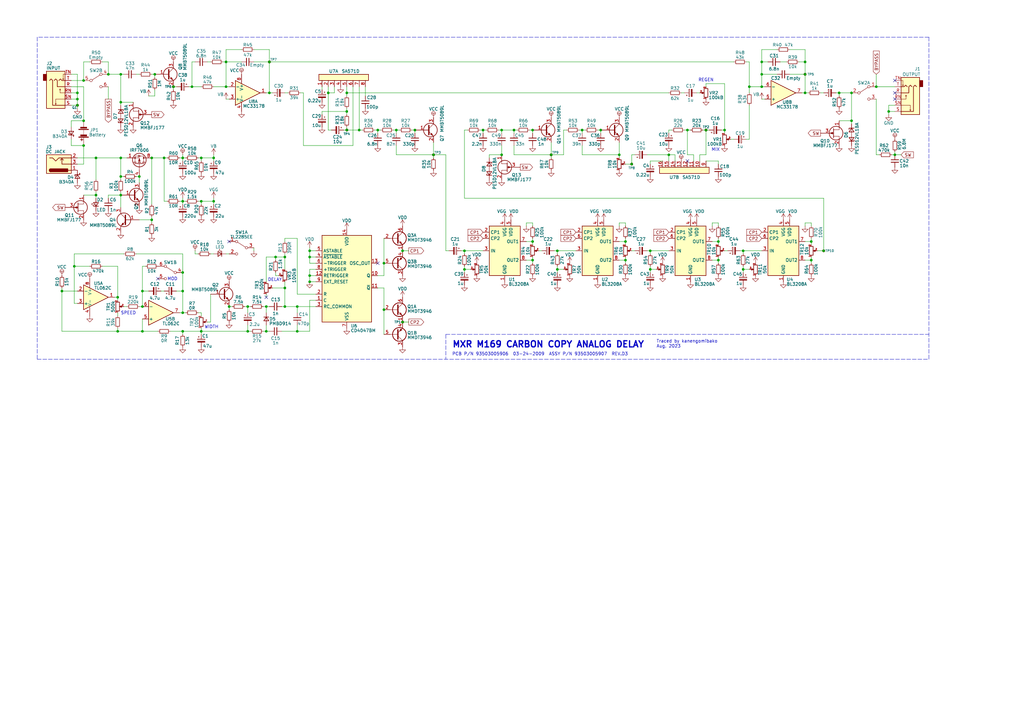
<source format=kicad_sch>
(kicad_sch (version 20230121) (generator eeschema)
  (paper "A3")
  (junction (at 49.53 80.01))
  (junction (at 312.42 35.56))
  (junction (at 109.22 125.73))
  (junction (at 190.5 102.87))
  (junction (at 116.84 105.41))
  (junction (at 127 102.87))
  (junction (at 198.12 53.34))
  (junction (at 297.18 53.34))
  (junction (at 332.74 106.68))
  (junction (at 344.17 38.1))
  (junction (at 307.34 35.56))
  (junction (at 256.54 106.68))
  (junction (at 312.42 30.48))
  (junction (at 74.93 82.55))
  (junction (at 48.26 121.92))
  (junction (at 238.76 53.34))
  (junction (at 142.24 45.72))
  (junction (at 210.82 53.34))
  (junction (at 226.06 63.5))
  (junction (at 157.48 107.95))
  (junction (at 177.8 63.5))
  (junction (at 259.08 67.31))
  (junction (at 205.74 63.5))
  (junction (at 312.42 25.4))
  (junction (at 110.49 38.1))
  (junction (at 93.98 125.73))
  (junction (at 165.1 102.87))
  (junction (at 82.55 64.77))
  (junction (at 364.49 45.72))
  (junction (at 289.56 53.34))
  (junction (at 62.23 64.77))
  (junction (at 134.62 38.1))
  (junction (at 367.03 63.5))
  (junction (at 71.12 35.56))
  (junction (at 228.6 102.87))
  (junction (at 142.24 53.34))
  (junction (at 74.93 64.77))
  (junction (at 170.18 53.34))
  (junction (at 39.37 80.01))
  (junction (at 109.22 135.89))
  (junction (at 304.8 102.87))
  (junction (at 92.71 25.4))
  (junction (at 330.2 30.48))
  (junction (at 332.74 99.06))
  (junction (at 31.75 43.18))
  (junction (at 127 105.41))
  (junction (at 78.74 35.56))
  (junction (at 266.7 110.49))
  (junction (at 304.8 110.49))
  (junction (at 87.63 64.77))
  (junction (at 49.53 72.39))
  (junction (at 39.37 64.77))
  (junction (at 162.56 53.34))
  (junction (at 121.92 135.89))
  (junction (at 31.75 40.64))
  (junction (at 110.49 25.4))
  (junction (at 101.6 135.89))
  (junction (at 92.71 35.56))
  (junction (at 31.75 38.1))
  (junction (at 337.82 102.87))
  (junction (at 165.1 132.08))
  (junction (at 49.53 30.48))
  (junction (at 254 63.5))
  (junction (at 57.15 72.39))
  (junction (at 87.63 82.55))
  (junction (at 218.44 106.68))
  (junction (at 218.44 53.34))
  (junction (at 246.38 53.34))
  (junction (at 62.23 90.17))
  (junction (at 113.03 105.41))
  (junction (at 82.55 135.89))
  (junction (at 218.44 99.06))
  (junction (at 34.29 59.69))
  (junction (at 349.25 38.1))
  (junction (at 74.93 111.76))
  (junction (at 349.25 49.53))
  (junction (at 330.2 25.4))
  (junction (at 101.6 125.73))
  (junction (at 281.94 53.34))
  (junction (at 274.32 63.5))
  (junction (at 74.93 128.27))
  (junction (at 256.54 99.06))
  (junction (at 63.5 30.48))
  (junction (at 34.29 33.02))
  (junction (at 359.41 35.56))
  (junction (at 127 115.57))
  (junction (at 294.64 99.06))
  (junction (at 330.2 38.1))
  (junction (at 154.94 53.34))
  (junction (at 82.55 82.55))
  (junction (at 157.48 127))
  (junction (at 30.48 109.22))
  (junction (at 58.42 135.89))
  (junction (at 147.32 53.34))
  (junction (at 116.84 125.73))
  (junction (at 49.53 41.91))
  (junction (at 142.24 38.1))
  (junction (at 48.26 135.89))
  (junction (at 116.84 118.11))
  (junction (at 74.93 119.38))
  (junction (at 127 113.03))
  (junction (at 266.7 102.87))
  (junction (at 25.4 119.38))
  (junction (at 294.64 106.68))
  (junction (at 205.74 53.34))
  (junction (at 67.31 64.77))
  (junction (at 121.92 125.73))
  (junction (at 190.5 110.49))
  (junction (at 49.53 64.77))
  (junction (at 58.42 119.38))
  (junction (at 34.29 49.53))
  (junction (at 44.45 30.48))
  (junction (at 74.93 135.89))
  (junction (at 58.42 125.73))
  (junction (at 228.6 110.49))
  (no_connect (at 64.77 114.3))
  (no_connect (at 281.94 66.04))
  (no_connect (at 109.22 121.92))
  (no_connect (at 367.03 33.02))
  (no_connect (at 367.03 40.64))
  (no_connect (at 93.98 99.06))
  (no_connect (at 367.03 38.1))
  (no_connect (at 154.94 107.95))
  (wire (pts (xy 81.28 64.77) (xy 82.55 64.77)))
  (wire (pts (xy 266.7 104.14) (xy 266.7 102.87)))
  (wire (pts (xy 127 113.03) (xy 129.54 113.03)))
  (wire (pts (xy 279.4 38.1) (xy 280.67 38.1)))
  (wire (pts (xy 265.43 102.87) (xy 266.7 102.87)))
  (wire (pts (xy 49.53 30.48) (xy 50.8 30.48)))
  (wire (pts (xy 254 99.06) (xy 256.54 99.06)))
  (wire (pts (xy 254 63.5) (xy 254 64.77)))
  (wire (pts (xy 177.8 58.42) (xy 177.8 63.5)))
  (wire (pts (xy 330.2 99.06) (xy 332.74 99.06)))
  (wire (pts (xy 284.48 63.5) (xy 281.94 63.5)))
  (wire (pts (xy 50.8 125.73) (xy 52.07 125.73)))
  (wire (pts (xy 44.45 25.4) (xy 44.45 30.48)))
  (wire (pts (xy 58.42 109.22) (xy 59.69 109.22)))
  (wire (pts (xy 294.64 106.68) (xy 294.64 107.95)))
  (wire (pts (xy 281.94 53.34) (xy 283.21 53.34)))
  (wire (pts (xy 82.55 128.27) (xy 82.55 129.54)))
  (wire (pts (xy 34.29 80.01) (xy 39.37 80.01)))
  (wire (pts (xy 110.49 20.32) (xy 110.49 25.4)))
  (wire (pts (xy 82.55 135.89) (xy 82.55 137.16)))
  (wire (pts (xy 39.37 78.74) (xy 39.37 80.01)))
  (wire (pts (xy 121.92 133.35) (xy 121.92 135.89)))
  (wire (pts (xy 190.5 102.87) (xy 198.12 102.87)))
  (wire (pts (xy 44.45 25.4) (xy 41.91 25.4)))
  (wire (pts (xy 86.36 120.65) (xy 86.36 132.08)))
  (wire (pts (xy 77.47 35.56) (xy 78.74 35.56)))
  (wire (pts (xy 227.33 102.87) (xy 228.6 102.87)))
  (wire (pts (xy 82.55 134.62) (xy 82.55 135.89)))
  (wire (pts (xy 193.04 110.49) (xy 190.5 110.49)))
  (wire (pts (xy 165.1 132.08) (xy 167.64 132.08)))
  (wire (pts (xy 124.46 59.69) (xy 124.46 38.1)))
  (wire (pts (xy 74.93 64.77) (xy 74.93 66.04)))
  (wire (pts (xy 49.53 64.77) (xy 52.07 64.77)))
  (wire (pts (xy 332.74 99.06) (xy 332.74 100.33)))
  (wire (pts (xy 190.5 102.87) (xy 190.5 104.14)))
  (wire (pts (xy 330.2 92.71) (xy 330.2 91.44)))
  (wire (pts (xy 87.63 82.55) (xy 87.63 83.82)))
  (wire (pts (xy 154.94 113.03) (xy 157.48 113.03)))
  (wire (pts (xy 127 113.03) (xy 127 115.57)))
  (wire (pts (xy 344.17 38.1) (xy 349.25 38.1)))
  (wire (pts (xy 101.6 135.89) (xy 101.6 133.35)))
  (wire (pts (xy 113.03 105.41) (xy 113.03 106.68)))
  (wire (pts (xy 82.55 64.77) (xy 82.55 66.04)))
  (wire (pts (xy 30.48 109.22) (xy 30.48 104.14)))
  (wire (pts (xy 157.48 127) (xy 157.48 137.16)))
  (wire (pts (xy 74.93 135.89) (xy 82.55 135.89)))
  (wire (pts (xy 259.08 63.5) (xy 260.35 63.5)))
  (wire (pts (xy 147.32 35.56) (xy 147.32 53.34)))
  (wire (pts (xy 228.6 109.22) (xy 228.6 110.49)))
  (wire (pts (xy 74.93 104.14) (xy 74.93 111.76)))
  (wire (pts (xy 294.64 99.06) (xy 294.64 100.33)))
  (wire (pts (xy 80.01 102.87) (xy 80.01 104.14)))
  (wire (pts (xy 162.56 53.34) (xy 163.83 53.34)))
  (wire (pts (xy 307.34 43.18) (xy 307.34 57.15)))
  (wire (pts (xy 34.29 33.02) (xy 34.29 25.4)))
  (wire (pts (xy 31.75 40.64) (xy 31.75 43.18)))
  (wire (pts (xy 147.32 53.34) (xy 142.24 53.34)))
  (wire (pts (xy 157.48 107.95) (xy 157.48 113.03)))
  (wire (pts (xy 204.47 53.34) (xy 205.74 53.34)))
  (wire (pts (xy 220.98 102.87) (xy 222.25 102.87)))
  (wire (pts (xy 110.49 38.1) (xy 111.76 38.1)))
  (wire (pts (xy 87.63 81.28) (xy 87.63 82.55)))
  (wire (pts (xy 289.56 66.04) (xy 294.64 66.04)))
  (wire (pts (xy 80.01 104.14) (xy 81.28 104.14)))
  (wire (pts (xy 304.8 110.49) (xy 307.34 110.49)))
  (wire (pts (xy 218.44 53.34) (xy 218.44 54.61)))
  (wire (pts (xy 72.39 119.38) (xy 74.93 119.38)))
  (wire (pts (xy 266.7 109.22) (xy 266.7 110.49)))
  (wire (pts (xy 332.74 106.68) (xy 332.74 107.95)))
  (wire (pts (xy 170.18 53.34) (xy 170.18 54.61)))
  (wire (pts (xy 34.29 25.4) (xy 36.83 25.4)))
  (wire (pts (xy 48.26 121.92) (xy 48.26 109.22)))
  (wire (pts (xy 266.7 110.49) (xy 266.7 111.76)))
  (wire (pts (xy 67.31 64.77) (xy 67.31 82.55)))
  (wire (pts (xy 44.45 30.48) (xy 49.53 30.48)))
  (wire (pts (xy 266.7 66.04) (xy 271.78 66.04)))
  (wire (pts (xy 289.56 34.29) (xy 297.18 34.29)))
  (wire (pts (xy 162.56 59.69) (xy 162.56 63.5)))
  (wire (pts (xy 74.93 111.76) (xy 74.93 119.38)))
  (wire (pts (xy 297.18 34.29) (xy 297.18 53.34)))
  (wire (pts (xy 266.7 102.87) (xy 274.32 102.87)))
  (wire (pts (xy 198.12 53.34) (xy 199.39 53.34)))
  (wire (pts (xy 62.23 64.77) (xy 67.31 64.77)))
  (wire (pts (xy 266.7 110.49) (xy 269.24 110.49)))
  (wire (pts (xy 55.88 104.14) (xy 74.93 104.14)))
  (wire (pts (xy 294.64 92.71) (xy 294.64 91.44)))
  (wire (pts (xy 29.21 59.69) (xy 34.29 59.69)))
  (wire (pts (xy 226.06 63.5) (xy 231.14 63.5)))
  (wire (pts (xy 265.43 63.5) (xy 274.32 63.5)))
  (wire (pts (xy 55.88 72.39) (xy 57.15 72.39)))
  (wire (pts (xy 190.5 110.49) (xy 190.5 111.76)))
  (polyline (pts (xy 381 15.24) (xy 15.24 15.24)) (stroke (width 0) (type dash)))
  (wire (pts (xy 332.74 91.44) (xy 332.74 92.71)))
  (wire (pts (xy 31.75 38.1) (xy 31.75 40.64)))
  (wire (pts (xy 215.9 91.44) (xy 215.9 92.71)))
  (wire (pts (xy 304.8 110.49) (xy 304.8 111.76)))
  (wire (pts (xy 30.48 109.22) (xy 30.48 124.46)))
  (wire (pts (xy 87.63 64.77) (xy 87.63 66.04)))
  (wire (pts (xy 330.2 38.1) (xy 328.93 38.1)))
  (wire (pts (xy 162.56 53.34) (xy 162.56 54.61)))
  (wire (pts (xy 82.55 82.55) (xy 82.55 83.82)))
  (wire (pts (xy 92.71 25.4) (xy 99.06 25.4)))
  (wire (pts (xy 292.1 91.44) (xy 292.1 92.71)))
  (wire (pts (xy 127 101.6) (xy 127 102.87)))
  (wire (pts (xy 359.41 63.5) (xy 360.68 63.5)))
  (wire (pts (xy 228.6 102.87) (xy 228.6 104.14)))
  (wire (pts (xy 245.11 53.34) (xy 246.38 53.34)))
  (wire (pts (xy 259.08 63.5) (xy 259.08 67.31)))
  (wire (pts (xy 66.04 119.38) (xy 67.31 119.38)))
  (wire (pts (xy 86.36 104.14) (xy 87.63 104.14)))
  (wire (pts (xy 196.85 53.34) (xy 198.12 53.34)))
  (wire (pts (xy 198.12 53.34) (xy 198.12 54.61)))
  (wire (pts (xy 140.97 53.34) (xy 142.24 53.34)))
  (wire (pts (xy 93.98 125.73) (xy 95.25 125.73)))
  (wire (pts (xy 49.53 80.01) (xy 49.53 85.09)))
  (wire (pts (xy 57.15 74.93) (xy 57.15 72.39)))
  (wire (pts (xy 205.74 63.5) (xy 200.66 63.5)))
  (wire (pts (xy 254 106.68) (xy 256.54 106.68)))
  (wire (pts (xy 137.16 35.56) (xy 137.16 38.1)))
  (wire (pts (xy 288.29 53.34) (xy 289.56 53.34)))
  (wire (pts (xy 284.48 63.5) (xy 284.48 66.04)))
  (wire (pts (xy 312.42 40.64) (xy 313.69 40.64)))
  (wire (pts (xy 30.48 124.46) (xy 31.75 124.46)))
  (wire (pts (xy 74.93 82.55) (xy 74.93 83.82)))
  (wire (pts (xy 49.53 80.01) (xy 49.53 78.74)))
  (wire (pts (xy 256.54 105.41) (xy 256.54 106.68)))
  (wire (pts (xy 359.41 30.48) (xy 359.41 35.56)))
  (wire (pts (xy 289.56 35.56) (xy 289.56 34.29)))
  (wire (pts (xy 58.42 119.38) (xy 60.96 119.38)))
  (wire (pts (xy 218.44 97.79) (xy 218.44 99.06)))
  (wire (pts (xy 232.41 53.34) (xy 231.14 53.34)))
  (wire (pts (xy 115.57 125.73) (xy 116.84 125.73)))
  (wire (pts (xy 109.22 133.35) (xy 109.22 135.89)))
  (polyline (pts (xy 381 15.24) (xy 381 147.32)) (stroke (width 0) (type dash)))
  (wire (pts (xy 154.94 53.34) (xy 154.94 54.61)))
  (wire (pts (xy 78.74 25.4) (xy 78.74 35.56)))
  (wire (pts (xy 104.14 25.4) (xy 110.49 25.4)))
  (wire (pts (xy 81.28 128.27) (xy 82.55 128.27)))
  (wire (pts (xy 129.54 110.49) (xy 127 110.49)))
  (wire (pts (xy 142.24 52.07) (xy 142.24 53.34)))
  (wire (pts (xy 312.42 20.32) (xy 312.42 25.4)))
  (wire (pts (xy 74.93 119.38) (xy 74.93 128.27)))
  (wire (pts (xy 116.84 125.73) (xy 121.92 125.73)))
  (wire (pts (xy 29.21 43.18) (xy 31.75 43.18)))
  (wire (pts (xy 34.29 67.31) (xy 31.75 67.31)))
  (wire (pts (xy 116.84 97.79) (xy 116.84 99.06)))
  (wire (pts (xy 349.25 38.1) (xy 349.25 49.53)))
  (wire (pts (xy 218.44 99.06) (xy 218.44 100.33)))
  (wire (pts (xy 210.82 53.34) (xy 210.82 54.61)))
  (wire (pts (xy 226.06 58.42) (xy 226.06 63.5)))
  (wire (pts (xy 149.86 39.37) (xy 149.86 35.56)))
  (wire (pts (xy 127 105.41) (xy 127 107.95)))
  (wire (pts (xy 335.28 102.87) (xy 337.82 102.87)))
  (wire (pts (xy 312.42 35.56) (xy 313.69 35.56)))
  (wire (pts (xy 218.44 106.68) (xy 218.44 107.95)))
  (polyline (pts (xy 182.88 137.16) (xy 182.88 147.32)) (stroke (width 0) (type dash)))
  (wire (pts (xy 58.42 130.81) (xy 58.42 135.89)))
  (wire (pts (xy 330.2 91.44) (xy 332.74 91.44)))
  (wire (pts (xy 191.77 53.34) (xy 190.5 53.34)))
  (wire (pts (xy 101.6 125.73) (xy 102.87 125.73)))
  (wire (pts (xy 116.84 105.41) (xy 116.84 110.49)))
  (wire (pts (xy 165.1 102.87) (xy 167.64 102.87)))
  (wire (pts (xy 115.57 135.89) (xy 121.92 135.89)))
  (wire (pts (xy 134.62 38.1) (xy 137.16 38.1)))
  (wire (pts (xy 330.2 38.1) (xy 331.47 38.1)))
  (wire (pts (xy 327.66 25.4) (xy 330.2 25.4)))
  (wire (pts (xy 58.42 109.22) (xy 58.42 119.38)))
  (wire (pts (xy 336.55 38.1) (xy 337.82 38.1)))
  (wire (pts (xy 110.49 25.4) (xy 300.99 25.4)))
  (wire (pts (xy 157.48 97.79) (xy 157.48 107.95)))
  (wire (pts (xy 349.25 49.53) (xy 344.17 49.53)))
  (wire (pts (xy 304.8 102.87) (xy 312.42 102.87)))
  (wire (pts (xy 215.9 106.68) (xy 218.44 106.68)))
  (wire (pts (xy 190.5 109.22) (xy 190.5 110.49)))
  (wire (pts (xy 49.53 72.39) (xy 49.53 64.77)))
  (wire (pts (xy 29.21 30.48) (xy 31.75 30.48)))
  (wire (pts (xy 323.85 30.48) (xy 330.2 30.48)))
  (wire (pts (xy 132.08 45.72) (xy 142.24 45.72)))
  (wire (pts (xy 132.08 35.56) (xy 132.08 36.83)))
  (wire (pts (xy 304.8 109.22) (xy 304.8 110.49)))
  (wire (pts (xy 367.03 43.18) (xy 364.49 43.18)))
  (wire (pts (xy 29.21 49.53) (xy 34.29 49.53)))
  (wire (pts (xy 74.93 63.5) (xy 74.93 64.77)))
  (wire (pts (xy 92.71 40.64) (xy 93.98 40.64)))
  (wire (pts (xy 218.44 92.71) (xy 218.44 91.44)))
  (wire (pts (xy 129.54 123.19) (xy 127 123.19)))
  (wire (pts (xy 48.26 128.27) (xy 48.26 129.54)))
  (wire (pts (xy 281.94 53.34) (xy 280.67 53.34)))
  (wire (pts (xy 109.22 125.73) (xy 109.22 128.27)))
  (wire (pts (xy 29.21 52.07) (xy 29.21 49.53)))
  (wire (pts (xy 312.42 20.32) (xy 318.77 20.32)))
  (wire (pts (xy 205.74 53.34) (xy 210.82 53.34)))
  (wire (pts (xy 274.32 63.5) (xy 274.32 66.04)))
  (wire (pts (xy 29.21 33.02) (xy 34.29 33.02)))
  (wire (pts (xy 364.49 45.72) (xy 364.49 46.99)))
  (wire (pts (xy 342.9 38.1) (xy 344.17 38.1)))
  (wire (pts (xy 246.38 53.34) (xy 246.38 54.61)))
  (wire (pts (xy 304.8 102.87) (xy 304.8 104.14)))
  (wire (pts (xy 294.64 91.44) (xy 292.1 91.44)))
  (wire (pts (xy 60.96 39.37) (xy 63.5 39.37)))
  (wire (pts (xy 48.26 121.92) (xy 48.26 123.19)))
  (wire (pts (xy 113.03 113.03) (xy 114.3 113.03)))
  (wire (pts (xy 62.23 90.17) (xy 62.23 91.44)))
  (wire (pts (xy 238.76 63.5) (xy 254 63.5)))
  (wire (pts (xy 110.49 25.4) (xy 110.49 38.1)))
  (wire (pts (xy 259.08 102.87) (xy 260.35 102.87)))
  (wire (pts (xy 170.18 53.34) (xy 168.91 53.34)))
  (wire (pts (xy 238.76 59.69) (xy 238.76 63.5)))
  (wire (pts (xy 93.98 104.14) (xy 92.71 104.14)))
  (wire (pts (xy 359.41 35.56) (xy 367.03 35.56)))
  (wire (pts (xy 100.33 125.73) (xy 101.6 125.73)))
  (wire (pts (xy 62.23 64.77) (xy 62.23 83.82)))
  (wire (pts (xy 294.64 66.04) (xy 294.64 67.31)))
  (wire (pts (xy 109.22 105.41) (xy 113.03 105.41)))
  (wire (pts (xy 210.82 63.5) (xy 226.06 63.5)))
  (wire (pts (xy 215.9 99.06) (xy 218.44 99.06)))
  (wire (pts (xy 68.58 64.77) (xy 67.31 64.77)))
  (wire (pts (xy 25.4 135.89) (xy 48.26 135.89)))
  (wire (pts (xy 297.18 53.34) (xy 297.18 54.61)))
  (wire (pts (xy 190.5 81.28) (xy 337.82 81.28)))
  (wire (pts (xy 57.15 125.73) (xy 58.42 125.73)))
  (wire (pts (xy 39.37 64.77) (xy 49.53 64.77)))
  (wire (pts (xy 58.42 135.89) (xy 64.77 135.89)))
  (polyline (pts (xy 15.24 147.32) (xy 381 147.32)) (stroke (width 0) (type dash)))
  (wire (pts (xy 49.53 41.91) (xy 54.61 41.91)))
  (wire (pts (xy 142.24 35.56) (xy 142.24 38.1)))
  (wire (pts (xy 129.54 107.95) (xy 127 107.95)))
  (wire (pts (xy 349.25 49.53) (xy 349.25 50.8)))
  (wire (pts (xy 99.06 20.32) (xy 92.71 20.32)))
  (wire (pts (xy 312.42 30.48) (xy 318.77 30.48)))
  (wire (pts (xy 153.67 53.34) (xy 154.94 53.34)))
  (wire (pts (xy 69.85 135.89) (xy 74.93 135.89)))
  (wire (pts (xy 44.45 40.64) (xy 44.45 35.56)))
  (wire (pts (xy 31.75 30.48) (xy 31.75 38.1)))
  (wire (pts (xy 71.12 35.56) (xy 71.12 36.83)))
  (wire (pts (xy 109.22 38.1) (xy 110.49 38.1)))
  (wire (pts (xy 104.14 20.32) (xy 110.49 20.32)))
  (wire (pts (xy 330.2 20.32) (xy 330.2 25.4)))
  (wire (pts (xy 57.15 90.17) (xy 62.23 90.17)))
  (wire (pts (xy 177.8 63.5) (xy 177.8 64.77)))
  (wire (pts (xy 256.54 99.06) (xy 256.54 100.33)))
  (wire (pts (xy 49.53 72.39) (xy 50.8 72.39)))
  (wire (pts (xy 254 92.71) (xy 254 91.44)))
  (wire (pts (xy 231.14 53.34) (xy 231.14 63.5)))
  (wire (pts (xy 124.46 38.1) (xy 123.19 38.1)))
  (wire (pts (xy 101.6 128.27) (xy 101.6 125.73)))
  (wire (pts (xy 118.11 38.1) (xy 116.84 38.1)))
  (wire (pts (xy 127 115.57) (xy 129.54 115.57)))
  (wire (pts (xy 266.7 67.31) (xy 266.7 66.04)))
  (wire (pts (xy 82.55 64.77) (xy 87.63 64.77)))
  (wire (pts (xy 210.82 59.69) (xy 210.82 63.5)))
  (wire (pts (xy 154.94 53.34) (xy 156.21 53.34)))
  (wire (pts (xy 109.22 135.89) (xy 110.49 135.89)))
  (wire (pts (xy 161.29 53.34) (xy 162.56 53.34)))
  (wire (pts (xy 254 58.42) (xy 254 63.5)))
  (wire (pts (xy 292.1 106.68) (xy 294.64 106.68)))
  (wire (pts (xy 312.42 25.4) (xy 312.42 30.48)))
  (wire (pts (xy 44.45 81.28) (xy 44.45 80.01)))
  (wire (pts (xy 109.22 121.92) (xy 109.22 120.65)))
  (wire (pts (xy 48.26 135.89) (xy 48.26 134.62)))
  (wire (pts (xy 312.42 30.48) (xy 312.42 35.56)))
  (wire (pts (xy 29.21 38.1) (xy 31.75 38.1)))
  (wire (pts (xy 78.74 25.4) (xy 80.01 25.4)))
  (wire (pts (xy 74.93 135.89) (xy 74.93 137.16)))
  (wire (pts (xy 332.74 97.79) (xy 332.74 99.06)))
  (wire (pts (xy 281.94 53.34) (xy 281.94 63.5)))
  (wire (pts (xy 62.23 90.17) (xy 62.23 88.9)))
  (wire (pts (xy 101.6 135.89) (xy 102.87 135.89)))
  (wire (pts (xy 49.53 43.18) (xy 49.53 41.91)))
  (wire (pts (xy 78.74 35.56) (xy 82.55 35.56)))
  (wire (pts (xy 67.31 82.55) (xy 68.58 82.55)))
  (wire (pts (xy 285.75 38.1) (xy 287.02 38.1)))
  (wire (pts (xy 74.93 64.77) (xy 76.2 64.77)))
  (wire (pts (xy 82.55 82.55) (xy 87.63 82.55)))
  (wire (pts (xy 48.26 121.92) (xy 46.99 121.92)))
  (wire (pts (xy 182.88 63.5) (xy 182.88 102.87)))
  (wire (pts (xy 36.83 109.22) (xy 30.48 109.22)))
  (wire (pts (xy 147.32 53.34) (xy 148.59 53.34)))
  (wire (pts (xy 127 105.41) (xy 129.54 105.41)))
  (wire (pts (xy 359.41 40.64) (xy 359.41 63.5)))
  (wire (pts (xy 332.74 105.41) (xy 332.74 106.68)))
  (wire (pts (xy 74.93 82.55) (xy 73.66 82.55)))
  (wire (pts (xy 217.17 53.34) (xy 218.44 53.34)))
  (wire (pts (xy 238.76 53.34) (xy 238.76 54.61)))
  (wire (pts (xy 92.71 35.56) (xy 93.98 35.56)))
  (wire (pts (xy 129.54 125.73) (xy 121.92 125.73)))
  (wire (pts (xy 121.92 135.89) (xy 127 135.89)))
  (wire (pts (xy 303.53 102.87) (xy 304.8 102.87)))
  (wire (pts (xy 107.95 125.73) (xy 109.22 125.73)))
  (wire (pts (xy 289.56 53.34) (xy 290.83 53.34)))
  (wire (pts (xy 256.54 67.31) (xy 259.08 67.31)))
  (wire (pts (xy 274.32 53.34) (xy 275.59 53.34)))
  (wire (pts (xy 87.63 63.5) (xy 87.63 64.77)))
  (wire (pts (xy 109.22 105.41) (xy 109.22 115.57)))
  (wire (pts (xy 294.64 105.41) (xy 294.64 106.68)))
  (wire (pts (xy 55.88 30.48) (xy 57.15 30.48)))
  (wire (pts (xy 289.56 63.5) (xy 287.02 63.5)))
  (wire (pts (xy 86.36 132.08) (xy 85.09 132.08)))
  (wire (pts (xy 144.78 59.69) (xy 144.78 35.56)))
  (wire (pts (xy 314.96 25.4) (xy 312.42 25.4)))
  (wire (pts (xy 39.37 80.01) (xy 39.37 81.28)))
  (wire (pts (xy 218.44 105.41) (xy 218.44 106.68)))
  (wire (pts (xy 49.53 72.39) (xy 49.53 73.66)))
  (wire (pts (xy 344.17 38.1) (xy 344.17 39.37)))
  (wire (pts (xy 121.92 120.65) (xy 129.54 120.65)))
  (wire (pts (xy 177.8 63.5) (xy 182.88 63.5)))
  (wire (pts (xy 31.75 64.77) (xy 39.37 64.77)))
  (wire (pts (xy 121.92 125.73) (xy 121.92 128.27)))
  (wire (pts (xy 190.5 53.34) (xy 190.5 81.28)))
  (wire (pts (xy 292.1 99.06) (xy 294.64 99.06)))
  (wire (pts (xy 157.48 118.11) (xy 157.48 127)))
  (wire (pts (xy 215.9 91.44) (xy 218.44 91.44)))
  (wire (pts (xy 48.26 135.89) (xy 58.42 135.89)))
  (wire (pts (xy 134.62 35.56) (xy 134.62 38.1)))
  (wire (pts (xy 31.75 43.18) (xy 31.75 44.45)))
  (wire (pts (xy 34.29 59.69) (xy 34.29 67.31)))
  (wire (pts (xy 41.91 109.22) (xy 48.26 109.22)))
  (wire (pts (xy 132.08 45.72) (xy 132.08 46.99)))
  (wire (pts (xy 63.5 30.48) (xy 63.5 31.75)))
  (wire (pts (xy 134.62 53.34) (xy 135.89 53.34)))
  (wire (pts (xy 121.92 97.79) (xy 121.92 120.65)))
  (wire (pts (xy 364.49 43.18) (xy 364.49 45.72)))
  (wire (pts (xy 127 102.87) (xy 127 105.41)))
  (wire (pts (xy 289.56 53.34) (xy 289.56 63.5)))
  (wire (pts (xy 93.98 125.73) (xy 93.98 127)))
  (wire (pts (xy 297.18 102.87) (xy 298.45 102.87)))
  (wire (pts (xy 189.23 102.87) (xy 190.5 102.87)))
  (wire (pts (xy 49.53 30.48) (xy 49.53 41.91)))
  (wire (pts (xy 142.24 45.72) (xy 142.24 44.45)))
  (wire (pts (xy 113.03 105.41) (xy 116.84 105.41)))
  (wire (pts (xy 111.76 118.11) (xy 116.84 118.11)))
  (wire (pts (xy 142.24 45.72) (xy 142.24 46.99)))
  (wire (pts (xy 226.06 63.5) (xy 226.06 64.77)))
  (wire (pts (xy 74.93 128.27) (xy 76.2 128.27)))
  (wire (pts (xy 116.84 104.14) (xy 116.84 105.41)))
  (wire (pts (xy 274.32 63.5) (xy 276.86 63.5)))
  (wire (pts (xy 231.14 110.49) (xy 228.6 110.49)))
  (wire (pts (xy 237.49 53.34) (xy 238.76 53.34)))
  (wire (pts (xy 276.86 63.5) (xy 276.86 66.04)))
  (wire (pts (xy 92.71 25.4) (xy 92.71 35.56)))
  (wire (pts (xy 205.74 53.34) (xy 205.74 54.61)))
  (wire (pts (xy 205.74 63.5) (xy 205.74 59.69)))
  (wire (pts (xy 104.14 102.87) (xy 104.14 101.6)))
  (wire (pts (xy 127 123.19) (xy 127 135.89)))
  (polyline (pts (xy 15.24 15.24) (xy 15.24 147.32)) (stroke (width 0) (type dash)))
  (wire (pts (xy 330.2 106.68) (xy 332.74 106.68)))
  (wire (pts (xy 228.6 102.87) (xy 236.22 102.87)))
  (wire (pts (xy 256.54 106.68) (xy 256.54 107.95)))
  (wire (pts (xy 25.4 118.11) (xy 25.4 119.38)))
  (wire (pts (xy 73.66 64.77) (xy 74.93 64.77)))
  (wire (pts (xy 82.55 135.89) (xy 101.6 135.89)))
  (wire (pts (xy 124.46 59.69) (xy 144.78 59.69)))
  (wire (pts (xy 238.76 53.34) (xy 240.03 53.34)))
  (wire (pts (xy 297.18 53.34) (xy 295.91 53.34)))
  (wire (pts (xy 30.48 104.14) (xy 50.8 104.14)))
  (wire (pts (xy 307.34 35.56) (xy 312.42 35.56)))
  (wire (pts (xy 71.12 35.56) (xy 72.39 35.56)))
  (wire (pts (xy 364.49 45.72) (xy 367.03 45.72)))
  (wire (pts (xy 200.66 63.5) (xy 200.66 64.77)))
  (wire (pts (xy 110.49 125.73) (xy 109.22 125.73)))
  (wire (pts (xy 74.93 82.55) (xy 76.2 82.55)))
  (polyline (pts (xy 182.88 137.16) (xy 381 137.16)) (stroke (width 0) (type dash)))
  (wire (pts (xy 92.71 20.32) (xy 92.71 25.4)))
  (wire (pts (xy 63.5 30.48) (xy 62.23 30.48)))
  (wire (pts (xy 210.82 53.34) (xy 212.09 53.34)))
  (wire (pts (xy 337.82 102.87) (xy 337.82 81.28)))
  (wire (pts (xy 58.42 119.38) (xy 58.42 125.73)))
  (wire (pts (xy 127 102.87) (xy 129.54 102.87)))
  (wire (pts (xy 63.5 36.83) (xy 63.5 39.37)))
  (wire (pts (xy 330.2 25.4) (xy 330.2 30.48)))
  (wire (pts (xy 142.24 38.1) (xy 142.24 39.37)))
  (wire (pts (xy 367.03 62.23) (xy 367.03 63.5)))
  (wire (pts (xy 256.54 97.79) (xy 256.54 99.06)))
  (wire (pts (xy 294.64 97.79) (xy 294.64 99.06)))
  (wire (pts (xy 29.21 35.56) (xy 34.29 35.56)))
  (wire (pts (xy 134.62 38.1) (xy 134.62 53.34)))
  (wire (pts (xy 330.2 30.48) (xy 330.2 38.1)))
  (wire (pts (xy 320.04 25.4) (xy 322.58 25.4)))
  (wire (pts (xy 73.66 128.27) (xy 74.93 128.27)))
  (wire (pts (xy 162.56 63.5) (xy 177.8 63.5)))
  (wire (pts (xy 299.72 57.15) (xy 300.99 57.15)))
  (wire (pts (xy 256.54 91.44) (xy 256.54 92.71)))
  (wire (pts (xy 154.94 118.11) (xy 157.48 118.11)))
  (wire (pts (xy 34.29 35.56) (xy 34.29 49.53)))
  (wire (pts (xy 127 110.49) (xy 127 113.03)))
  (wire (pts (xy 116.84 118.11) (xy 116.84 125.73)))
  (wire (pts (xy 228.6 110.49) (xy 228.6 111.76)))
  (wire (pts (xy 307.34 57.15) (xy 306.07 57.15)))
  (wire (pts (xy 323.85 20.32) (xy 330.2 20.32)))
  (wire (pts (xy 182.88 102.87) (xy 184.15 102.87)))
  (wire (pts (xy 369.57 63.5) (xy 367.03 63.5)))
  (wire (pts (xy 116.84 115.57) (xy 116.84 118.11)))
  (wire (pts (xy 142.24 38.1) (xy 274.32 38.1)))
  (wire (pts (xy 85.09 25.4) (xy 86.36 25.4)))
  (wire (pts (xy 44.45 80.01) (xy 49.53 80.01)))
  (wire (pts (xy 365.76 63.5) (xy 367.03 63.5)))
  (wire (pts (xy 307.34 35.56) (xy 307.34 25.4)))
  (wire (pts (xy 25.4 135.89) (xy 25.4 119.38)))
  (wire (pts (xy 87.63 35.56) (xy 92.71 35.56)))
  (wire (pts (xy 81.28 82.55) (xy 82.55 82.55)))
  (wire (pts (xy 107.95 135.89) (xy 109.22 135.89)))
  (wire (pts (xy 307.34 38.1) (xy 307.34 35.56)))
  (wire (pts (xy 274.32 53.34) (xy 274.32 54.61)))
  (wire (pts (xy 254 91.44) (xy 256.54 91.44)))
  (wire (pts (xy 29.21 57.15) (xy 29.21 59.69)))
  (wire (pts (xy 307.34 25.4) (xy 306.07 25.4)))
  (wire (pts (xy 29.21 40.64) (xy 31.75 40.64)))
  (wire (pts (xy 25.4 119.38) (xy 31.75 119.38)))
  (wire (pts (xy 113.03 111.76) (xy 113.03 113.03)))
  (wire (pts (xy 39.37 64.77) (xy 39.37 73.66)))
  (wire (pts (xy 116.84 97.79) (xy 121.92 97.79)))
  (wire (pts (xy 74.93 81.28) (xy 74.93 82.55)))
  (wire (pts (xy 91.44 25.4) (xy 92.71 25.4)))
  (wire (pts (xy 287.02 63.5) (xy 287.02 66.04)))
  (text "SPEED" (at 49.53 129.2225 0) (effects (font (size 1.27 1.27)) (justify left bottom)))
  (text "REGEN" (at 286.385 33.655 0) (effects (font (size 1.27 1.27)) (justify left bottom)))
  (text "MXR M169 CARBON COPY ANALOG DELAY" (at 185.42 142.875 0) (effects (font (size 2.54 2.54) (thickness 0.508) bold) (justify left bottom)))
  (text "MIX" (at 291.7825 62.23 0) (effects (font (size 1.27 1.27)) (justify left bottom)))
  (text "DELAY" (at 109.855 115.57 0) (effects (font (size 1.27 1.27)) (justify left bottom)))
  (text "MOD\n" (at 68.58 115.2525 0) (effects (font (size 1.27 1.27)) (justify left bottom)))
  (text "Traced by kanengomibako\nAug. 2023" (at 269.24 142.875 0) (effects (font (size 1.27 1.27)) (justify left bottom)))
  (text "PCB P/N 93503005906  03-24-2009  ASSY P/N 93503005907  REV.D3\n" (at 185.42 146.05 0) (effects (font (size 1.27 1.27)) (justify left bottom)))
  (text "WIDTH\n" (at 83.82 134.9375 0) (effects (font (size 1.27 1.27)) (justify left bottom)))
  (global_label "CP2" (shape input) (at 236.22 97.79 180) (property "Intersheetrefs" "${INTERSHEET_REFS}" (effects hide)))
  (global_label "CP2" (shape output) (at 167.64 132.08 0) (property "Intersheetrefs" "${INTERSHEET_REFS}" (effects hide)))
  (global_label "CP1" (shape input) (at 236.22 95.25 180) (property "Intersheetrefs" "${INTERSHEET_REFS}" (effects hide)))
  (global_label "CP1" (shape input) (at 198.12 95.25 180) (property "Intersheetrefs" "${INTERSHEET_REFS}" (effects hide)))
  (global_label "CP2" (shape input) (at 274.32 97.79 180) (property "Intersheetrefs" "${INTERSHEET_REFS}" (effects hide)))
  (global_label "BYPASS" (shape input) (at 359.41 30.48 90) (property "Intersheetrefs" "${INTERSHEET_REFS}" (effects hide)))
  (global_label "CP1" (shape input) (at 274.32 95.25 180) (property "Intersheetrefs" "${INTERSHEET_REFS}" (effects hide)))
  (global_label "CP2" (shape input) (at 312.42 97.79 180) (property "Intersheetrefs" "${INTERSHEET_REFS}" (effects hide)))
  (global_label "SW" (shape output) (at 62.23 46.99 0) (property "Intersheetrefs" "${INTERSHEET_REFS}" (effects hide)))
  (global_label "CP1" (shape input) (at 312.42 95.25 180) (property "Intersheetrefs" "${INTERSHEET_REFS}" (effects hide)))
  (global_label "SW" (shape input) (at 369.57 63.5 0) (property "Intersheetrefs" "${INTERSHEET_REFS}" (effects hide)))
  (global_label "SW" (shape output) (at 336.55 54.61 180) (property "Intersheetrefs" "${INTERSHEET_REFS}" (effects hide)))
  (global_label "BYPASS" (shape output) (at 44.45 40.64 270) (property "Intersheetrefs" "${INTERSHEET_REFS}" (effects hide)))
  (global_label "SW" (shape output) (at 26.67 85.09 180) (property "Intersheetrefs" "${INTERSHEET_REFS}" (effects hide)))
  (global_label "CP1" (shape output) (at 167.64 102.87 0) (property "Intersheetrefs" "${INTERSHEET_REFS}" (effects hide)))
  (global_label "CP2" (shape input) (at 198.12 97.79 180) (property "Intersheetrefs" "${INTERSHEET_REFS}" (effects hide)))
  (global_label "SW" (shape output) (at 213.36 68.58 0) (property "Intersheetrefs" "${INTERSHEET_REFS}" (effects hide)))
  (symbol (lib_id "power:GND") (at 218.44 59.69 0) (unit 1)
    (property "Reference" "#PWR090" (effects hide))
    (property "Value" "GND" (effects hide))
  )
  (symbol (lib_id "power:GND") (at 274.32 59.69 0) (unit 1)
    (property "Reference" "#PWR096" (effects hide))
    (property "Value" "GND" (effects hide))
  )
  (symbol (lib_id "Device:R_Small") (at 234.95 53.34 90) (unit 1)
    (property "Reference" "R53" (at 234.95 49.53 90))
    (property "Value" "10k" (at 234.95 51.435 90))
    (property "Footprint" "myFoot:RC_1206_3216Metric_mxr" (effects hide))
  )
  (symbol (lib_id "Device:C_Polarized_Small") (at 87.63 86.36 0) (unit 1)
    (property "Reference" "C2" (at 87.9475 84.455 0) (effects (justify left)))
    (property "Value" "22u" (at 88.265 88.5825 0) (effects (justify left)))
    (property "Footprint" "Capacitor_THT:CP_Radial_D4.0mm_P2.00mm" (effects hide))
  )
  (symbol (lib_id "Device:R_Small") (at 218.44 110.49 180) (unit 1)
    (property "Reference" "R22" (at 216.535 110.49 90))
    (property "Value" "100k" (at 220.345 110.49 90))
    (property "Footprint" "myFoot:RC_1206_3216Metric_mxr" (effects hide))
  )
  (symbol (lib_id "power:GND") (at 254 69.85 0) (unit 1)
    (property "Reference" "#PWR093" (effects hide))
    (property "Value" "GND" (effects hide))
  )
  (symbol (lib_id "Device:R_Small") (at 39.37 109.22 270) (mirror x) (unit 1)
    (property "Reference" "R16" (at 39.37 107.315 90))
    (property "Value" "470k" (at 40.3225 111.125 90))
    (property "Footprint" "myFoot:RC_1206_3216Metric_mxr" (effects hide))
  )
  (symbol (lib_id "Device:C_Small") (at 205.74 57.15 0) (unit 1)
    (property "Reference" "C49" (at 203.5175 55.5625 0))
    (property "Value" "330n" (at 203.2 59.055 0))
    (property "Footprint" "myFoot:RC_1206_3216Metric_mxr" (effects hide))
  )
  (symbol (lib_id "power:VDD") (at 74.93 81.28 0) (unit 1)
    (property "Reference" "#PWR066" (effects hide))
    (property "Value" "VDD" (at 74.93 77.7875 0))
  )
  (symbol (lib_id "myLib:BL3208") (at 321.31 102.87 0) (unit 1)
    (property "Reference" "U4" (at 322.58 114.6175 0) (effects (justify left)))
    (property "Value" "BL3208A" (at 322.58 116.5225 0) (effects (justify left)))
    (property "Footprint" "Package_DIP:DIP-8_W7.62mm" (effects hide))
  )
  (symbol (lib_id "Device:R_Small") (at 71.12 82.55 270) (unit 1)
    (property "Reference" "R61" (at 71.12 80.645 90))
    (property "Value" "10R" (at 71.12 84.455 90))
    (property "Footprint" "myFoot:RC_1206_3216Metric_mxr" (effects hide))
  )
  (symbol (lib_id "Device:D_Schottky_Small") (at 29.21 54.61 270) (mirror x) (unit 1)
    (property "Reference" "D3" (at 27.6225 53.975 90) (effects (justify right)))
    (property "Value" "B340A" (at 27.6225 55.88 90) (effects (justify right)))
    (property "Footprint" "Diode_SMD:D_SMA" (effects hide))
    (property "Datasheet" "B340A" (effects hide))
    (property "Sim.Device" "D" (effects hide))
    (property "Sim.Pins" "1=K 2=A" (effects hide))
  )
  (symbol (lib_id "Device:C_Small") (at 44.45 83.82 0) (unit 1)
    (property "Reference" "C6" (at 46.355 81.915 0))
    (property "Value" "1n" (at 46.355 86.0425 0))
    (property "Footprint" "myFoot:RC_0805_2012Metric_mxr" (effects hide))
  )
  (symbol (lib_id "myLib:PESDxL1BA") (at 200.66 71.12 90) (unit 1)
    (property "Reference" "D8" (at 198.4375 69.215 0))
    (property "Value" "PESD12VL1BA" (at 202.8825 71.12 0))
    (property "Footprint" "Diode_SMD:D_SOD-323" (effects hide))
    (property "Datasheet" "AD" (effects hide))
  )
  (symbol (lib_id "power:GND") (at 104.14 102.87 0) (mirror y) (unit 1)
    (property "Reference" "#PWR0105" (effects hide))
    (property "Value" "GND" (effects hide))
  )
  (symbol (lib_id "power:GND") (at 82.55 88.9 0) (unit 1)
    (property "Reference" "#PWR067" (effects hide))
    (property "Value" "GND" (effects hide))
  )
  (symbol (lib_id "Device:C_Polarized_Small") (at 63.5 119.38 270) (unit 1)
    (property "Reference" "C12" (at 63.5 116.5225 90))
    (property "Value" "4.7u" (at 63.5 122.2375 90))
    (property "Footprint" "myFoot:CP_Elec_4x5.3_mxr" (effects hide))
  )
  (symbol (lib_id "power:GND") (at 297.18 59.69 0) (unit 1)
    (property "Reference" "#PWR097" (effects hide))
    (property "Value" "GND" (effects hide))
  )
  (symbol (lib_id "Device:R_Small") (at 142.24 41.91 180) (unit 1)
    (property "Reference" "R34" (at 138.43 41.91 90))
    (property "Value" "18k" (at 140.335 41.91 90))
    (property "Footprint" "myFoot:RC_1206_3216Metric_mxr" (effects hide))
  )
  (symbol (lib_id "myLib:VGG") (at 207.01 90.17 0) (unit 1)
    (property "Reference" "#PWR025" (effects hide))
    (property "Value" "VGG" (at 205.74 86.6775 0))
  )
  (symbol (lib_id "Device:R_Small") (at 78.74 82.55 270) (unit 1)
    (property "Reference" "R29" (at 78.74 78.74 90))
    (property "Value" "1.5k" (at 78.74 80.645 90))
    (property "Footprint" "myFoot:RC_1206_3216Metric_mxr" (effects hide))
  )
  (symbol (lib_id "power:GND") (at 127 115.57 0) (unit 1)
    (property "Reference" "#PWR099" (effects hide))
    (property "Value" "GND" (effects hide))
  )
  (symbol (lib_id "Device:R_Small") (at 120.65 38.1 270) (unit 1)
    (property "Reference" "R31" (at 120.65 36.195 90))
    (property "Value" "39k" (at 120.65 40.005 90))
    (property "Footprint" "myFoot:RC_1206_3216Metric_mxr" (effects hide))
  )
  (symbol (lib_id "Device:LED_Small") (at 39.37 83.82 90) (unit 1)
    (property "Reference" "D2" (at 39.6875 81.915 90) (effects (justify right)))
    (property "Value" "LED" (at 39.6875 86.0425 90) (effects (justify right)))
    (property "Footprint" "LED_THT:LED_D3.0mm" (effects hide))
  )
  (symbol (lib_id "Device:R_Small") (at 228.6 106.68 180) (unit 1)
    (property "Reference" "R43" (at 226.695 106.68 90))
    (property "Value" "27k" (at 230.505 106.68 90))
    (property "Footprint" "myFoot:RC_1206_3216Metric_mxr" (effects hide))
  )
  (symbol (lib_id "power:VDD") (at 233.68 107.95 0) (unit 1)
    (property "Reference" "#PWR033" (effects hide))
    (property "Value" "VDD" (at 233.68 104.4575 0))
  )
  (symbol (lib_id "power:GND") (at 200.66 73.66 0) (unit 1)
    (property "Reference" "#PWR089" (effects hide))
    (property "Value" "GND" (effects hide))
  )
  (symbol (lib_id "Amplifier_Operational:TL062") (at 66.04 128.27 0) (mirror x) (unit 2)
    (property "Reference" "U5" (at 69.85 130.81 0))
    (property "Value" "TL062C" (at 70.1675 132.715 0))
    (property "Footprint" "Package_SO:SO-8_3.9x4.9mm_P1.27mm" (effects hide))
  )
  (symbol (lib_id "Device:R_Small") (at 54.61 125.73 90) (unit 1)
    (property "Reference" "R19" (at 54.61 121.92 90))
    (property "Value" "220k" (at 54.61 123.825 90))
    (property "Footprint" "myFoot:RC_1206_3216Metric_mxr" (effects hide))
  )
  (symbol (lib_id "Device:Q_NPN_BEC") (at 223.52 53.34 0) (unit 1)
    (property "Reference" "Q14" (at 229.235 59.055 90) (effects (justify left)))
    (property "Value" "MMBT5089L" (at 229.235 54.2925 90) (effects (justify left)))
    (property "Footprint" "myFoot:SOT-23_mxr" (effects hide))
    (property "Datasheet" "1R" (effects hide))
  )
  (symbol (lib_id "Device:R_Small") (at 158.75 53.34 90) (unit 1)
    (property "Reference" "R28" (at 158.75 49.53 90))
    (property "Value" "10k" (at 158.75 51.435 90))
    (property "Footprint" "myFoot:RC_1206_3216Metric_mxr" (effects hide))
  )
  (symbol (lib_id "myLib:VCC") (at 71.12 25.4 0) (unit 1)
    (property "Reference" "#PWR012" (effects hide))
    (property "Value" "VCC" (at 71.12 21.844 0))
  )
  (symbol (lib_id "power:GND") (at 82.55 71.12 0) (unit 1)
    (property "Reference" "#PWR039" (effects hide))
    (property "Value" "GND" (effects hide))
  )
  (symbol (lib_id "Device:R_Small") (at 62.23 93.98 180) (unit 1)
    (property "Reference" "R1" (at 60.325 93.98 90))
    (property "Value" "3k" (at 64.135 93.98 90))
    (property "Footprint" "myFoot:RC_0805_2012Metric_mxr" (effects hide))
  )
  (symbol (lib_id "Device:R_Potentiometer_Small") (at 309.88 110.49 180) (unit 1)
    (property "Reference" "TR11" (at 311.785 110.49 90))
    (property "Value" "50k" (at 313.69 110.49 90))
    (property "Footprint" "Potentiometer_SMD:Potentiometer_Bourns_TC33X_Vertical" (effects hide))
  )
  (symbol (lib_id "myLib:BL3208") (at 283.21 102.87 0) (unit 1)
    (property "Reference" "U3" (at 284.7975 114.6175 0) (effects (justify left)))
    (property "Value" "BL3208A" (at 284.7975 116.5225 0) (effects (justify left)))
    (property "Footprint" "Package_DIP:DIP-8_W7.62mm" (effects hide))
  )
  (symbol (lib_id "Device:C_Small") (at 162.56 57.15 180) (unit 1)
    (property "Reference" "C25" (at 160.3375 55.5625 0))
    (property "Value" "82n" (at 160.3375 59.055 0))
    (property "Footprint" "myFoot:RC_1206_3216Metric_mxr" (effects hide))
  )
  (symbol (lib_id "power:GND") (at 190.5 116.84 0) (unit 1)
    (property "Reference" "#PWR064" (effects hide))
    (property "Value" "GND" (effects hide))
  )
  (symbol (lib_id "myLib:SA571D") (at 140.97 31.75 90) (unit 1)
    (property "Reference" "U7" (at 136.8425 29.21 90))
    (property "Value" "SA571D" (at 143.8275 29.21 90))
    (property "Footprint" "Package_SO:SOIC-16W_7.5x10.3mm_P1.27mm" (effects hide))
  )
  (symbol (lib_id "Device:R_Small") (at 332.74 95.25 0) (unit 1)
    (property "Reference" "R70" (at 334.645 95.25 90))
    (property "Value" "100k" (at 336.55 95.25 90))
    (property "Footprint" "myFoot:RC_1206_3216Metric_mxr" (effects hide))
  )
  (symbol (lib_id "power:GND") (at 99.06 45.72 0) (unit 1)
    (property "Reference" "#PWR049" (effects hide))
    (property "Value" "GND" (effects hide))
  )
  (symbol (lib_id "power:GND") (at 82.55 142.24 0) (unit 1)
    (property "Reference" "#PWR0102" (effects hide))
    (property "Value" "GND" (effects hide))
  )
  (symbol (lib_id "Device:C_Small") (at 113.03 135.89 90) (mirror x) (unit 1)
    (property "Reference" "C15" (at 113.03 138.7475 90))
    (property "Value" "1n" (at 113.03 140.6525 90))
    (property "Footprint" "myFoot:RC_1206_3216Metric_mxr" (effects hide))
  )
  (symbol (lib_id "power:GND") (at 31.75 44.45 0) (unit 1)
    (property "Reference" "#PWR047" (effects hide))
    (property "Value" "GND" (at 31.75 47.9425 0))
  )
  (symbol (lib_id "Device:C_Polarized_Small") (at 69.85 119.38 90) (unit 1)
    (property "Reference" "C11" (at 69.85 116.5225 90))
    (property "Value" "4.7u" (at 69.85 122.2375 90))
    (property "Footprint" "myFoot:CP_Elec_4x5.3_mxr" (effects hide))
  )
  (symbol (lib_id "power:GND") (at 289.56 40.64 0) (unit 1)
    (property "Reference" "#PWR065" (effects hide))
    (property "Value" "GND" (effects hide))
  )
  (symbol (lib_id "Device:Q_NPN_BEC") (at 52.07 90.17 0) (mirror y) (unit 1)
    (property "Reference" "Q4" (at 47.625 90.17 0) (effects (justify left)))
    (property "Value" "MMBT5089L" (at 47.9425 92.3925 0) (effects (justify left)))
    (property "Footprint" "myFoot:SOT-23_mxr" (effects hide))
    (property "Datasheet" "1R" (effects hide))
  )
  (symbol (lib_id "power:GND") (at 344.17 59.69 0) (mirror y) (unit 1)
    (property "Reference" "#PWR022" (effects hide))
    (property "Value" "GND" (effects hide))
  )
  (symbol (lib_id "Device:C_Polarized_Small") (at 74.93 68.58 0) (unit 1)
    (property "Reference" "C10" (at 75.2475 66.675 0) (effects (justify left)))
    (property "Value" "100u" (at 75.565 70.8025 0) (effects (justify left)))
    (property "Footprint" "Capacitor_THT:CP_Radial_D8.0mm_P3.50mm" (effects hide))
  )
  (symbol (lib_id "power:VDD") (at 165.1 121.92 0) (unit 1)
    (property "Reference" "#PWR034" (effects hide))
    (property "Value" "VDD" (at 165.1 118.4275 0))
  )
  (symbol (lib_id "myLib:VCC") (at 25.4 113.03 0) (unit 1)
    (property "Reference" "#PWR08" (effects hide))
    (property "Value" "VCC" (at 25.4 109.474 0))
  )
  (symbol (lib_id "Device:R_Small") (at 71.12 39.37 0) (unit 1)
    (property "Reference" "R42" (at 69.215 39.37 90))
    (property "Value" "10k" (at 73.025 39.37 90))
    (property "Footprint" "myFoot:RC_1206_3216Metric_mxr" (effects hide))
  )
  (symbol (lib_id "Device:R_Small") (at 344.17 41.91 0) (unit 1)
    (property "Reference" "R52" (at 342.265 41.91 90))
    (property "Value" "47k" (at 346.075 41.91 90))
    (property "Footprint" "myFoot:RC_1206_3216Metric_mxr" (effects hide))
  )
  (symbol (lib_id "Device:R_Small") (at 78.74 128.27 90) (unit 1)
    (property "Reference" "R7" (at 78.74 124.46 90))
    (property "Value" "0R" (at 78.74 126.365 90))
    (property "Footprint" "myFoot:RC_1206_3216Metric_mxr" (effects hide))
  )
  (symbol (lib_id "Device:R_Small") (at 71.12 64.77 90) (unit 1)
    (property "Reference" "R60" (at 71.12 62.865 90))
    (property "Value" "10R" (at 71.12 66.675 90))
    (property "Footprint" "myFoot:RC_1206_3216Metric_mxr" (effects hide))
  )
  (symbol (lib_id "power:GND") (at 245.11 115.57 0) (unit 1)
    (property "Reference" "#PWR071" (effects hide))
    (property "Value" "GND" (effects hide))
  )
  (symbol (lib_id "myLib:VCC") (at 279.4 66.04 0) (unit 1)
    (property "Reference" "#PWR046" (effects hide))
    (property "Value" "VCC" (at 279.4 62.484 0))
  )
  (symbol (lib_id "Device:Q_PJFET_DSG") (at 208.28 68.58 0) (mirror y) (unit 1)
    (property "Reference" "Q13" (at 209.8675 71.755 0) (effects (justify right)))
    (property "Value" "MMBFJ177" (at 207.9625 73.66 0) (effects (justify right)))
    (property "Footprint" "myFoot:SOT-23_mxr" (effects hide))
    (property "Datasheet" "6Y" (effects hide))
  )
  (symbol (lib_id "Device:Q_NPN_BEC") (at 91.44 120.65 0) (unit 1)
    (property "Reference" "Q2" (at 86.995 116.84 0) (effects (justify left)))
    (property "Value" "MMBT5089L" (at 78.4225 118.745 0) (effects (justify left)))
    (property "Footprint" "myFoot:SOT-23_mxr" (effects hide))
    (property "Datasheet" "1R" (effects hide))
  )
  (symbol (lib_id "Device:R_Potentiometer_Small") (at 297.18 57.15 0) (mirror x) (unit 1)
    (property "Reference" "VR1" (at 294.3225 57.15 0))
    (property "Value" "100kB" (at 293.0525 59.055 0))
    (property "Footprint" "myFoot:my_pot" (effects hide))
  )
  (symbol (lib_id "Device:C_Small") (at 317.5 25.4 90) (unit 1)
    (property "Reference" "C31" (at 317.5 22.86 90))
    (property "Value" "6.8n" (at 317.5 28.2575 90))
    (property "Footprint" "myFoot:RC_0805_2012Metric_mxr" (effects hide))
  )
  (symbol (lib_id "power:GND") (at 154.94 59.69 0) (unit 1)
    (property "Reference" "#PWR057" (effects hide))
    (property "Value" "GND" (effects hide))
  )
  (symbol (lib_id "Device:R_Small") (at 53.34 72.39 270) (unit 1)
    (property "Reference" "R4" (at 53.34 70.485 90))
    (property "Value" "100k" (at 53.34 74.295 90))
    (property "Footprint" "myFoot:RC_0805_2012Metric_mxr" (effects hide))
  )
  (symbol (lib_id "Device:R_Small") (at 59.69 30.48 270) (unit 1)
    (property "Reference" "R44" (at 59.69 26.67 90))
    (property "Value" "1k" (at 59.69 28.575 90))
    (property "Footprint" "myFoot:RC_1206_3216Metric_mxr" (effects hide))
  )
  (symbol (lib_id "Device:C_Polarized_Small") (at 283.21 38.1 90) (unit 1)
    (property "Reference" "C17" (at 283.21 35.2425 90))
    (property "Value" "1u" (at 283.21 40.9575 90))
    (property "Footprint" "myFoot:CP_Elec_4x5.3_mxr" (effects hide))
  )
  (symbol (lib_id "Device:C_Polarized_Small") (at 74.93 35.56 270) (unit 1)
    (property "Reference" "C38" (at 74.93 30.7975 90))
    (property "Value" "1u" (at 74.93 32.7025 90))
    (property "Footprint" "myFoot:CP_Elec_4x5.3_mxr" (effects hide))
  )
  (symbol (lib_id "power:GND") (at 195.58 113.03 0) (unit 1)
    (property "Reference" "#PWR063" (effects hide))
    (property "Value" "GND" (effects hide))
  )
  (symbol (lib_id "power:GND") (at 34.29 90.17 0) (unit 1)
    (property "Reference" "#PWR021" (effects hide))
    (property "Value" "GND" (effects hide))
  )
  (symbol (lib_id "Amplifier_Operational:MC33178") (at 101.6 38.1 0) (mirror x) (unit 1)
    (property "Reference" "U8" (at 103.8225 41.5925 0))
    (property "Value" "MC33178" (at 104.14 43.4975 0))
    (property "Footprint" "Package_SO:SO-8_3.9x4.9mm_P1.27mm" (effects hide))
  )
  (symbol (lib_id "Device:C_Polarized_Small") (at 101.6 130.81 0) (unit 1)
    (property "Reference" "C3" (at 101.9175 128.905 0) (effects (justify left)))
    (property "Value" "2.2u" (at 102.235 133.0325 0) (effects (justify left)))
    (property "Footprint" "Capacitor_THT:CP_Radial_D4.0mm_P2.00mm" (effects hide))
  )
  (symbol (lib_id "power:GND") (at 207.01 115.57 0) (unit 1)
    (property "Reference" "#PWR060" (effects hide))
    (property "Value" "GND" (effects hide))
  )
  (symbol (lib_id "Device:R_Small") (at 334.01 38.1 90) (unit 1)
    (property "Reference" "R41" (at 334.01 34.29 90))
    (property "Value" "1k" (at 334.01 36.195 90))
    (property "Footprint" "myFoot:RC_1206_3216Metric_mxr" (effects hide))
  )
  (symbol (lib_id "Amplifier_Operational:MC33178") (at 321.31 38.1 0) (mirror x) (unit 2)
    (property "Reference" "U8" (at 322.8975 41.91 0))
    (property "Value" "MC33178" (at 322.8975 43.815 0))
    (property "Footprint" "Package_SO:SO-8_3.9x4.9mm_P1.27mm" (effects hide))
  )
  (symbol (lib_id "Connector:TestPoint_Small") (at 71.12 35.56 0) (unit 1)
    (property "Reference" "TP6" (at 67.6275 35.56 0) (effects (font (size 0.9525 0.9525)) (justify left)))
    (property "Value" "-" (effects hide))
    (property "Footprint" "myFoot:my_SmallestPad_0-6mmDrill" (effects hide))
  )
  (symbol (lib_id "Transistor_BJT:MMDT3946") (at 162.56 97.79 0) (unit 1)
    (property "Reference" "Q3" (at 167.005 96.52 0) (effects (justify left)))
    (property "Value" "MMDT3946" (at 167.005 98.425 0) (effects (justify left)))
    (property "Footprint" "Package_TO_SOT_SMD:SOT-363_SC-70-6" (effects hide))
    (property "Datasheet" "K46" (effects hide))
  )
  (symbol (lib_id "Device:C_Polarized_Small") (at 293.37 53.34 90) (unit 1)
    (property "Reference" "C16" (at 293.37 48.5775 90))
    (property "Value" "1u" (at 293.37 50.4825 90))
    (property "Footprint" "myFoot:CP_Elec_4x5.3_mxr" (effects hide))
  )
  (symbol (lib_id "Device:R_Small") (at 67.31 135.89 270) (mirror x) (unit 1)
    (property "Reference" "R9" (at 67.31 137.795 90))
    (property "Value" "0R" (at 67.31 139.7 90))
    (property "Footprint" "myFoot:RC_1206_3216Metric_mxr" (effects hide))
  )
  (symbol (lib_id "power:GND") (at 93.98 132.08 0) (unit 1)
    (property "Reference" "#PWR0104" (effects hide))
    (property "Value" "GND" (effects hide))
  )
  (symbol (lib_id "Device:C_Polarized_Small") (at 138.43 53.34 270) (unit 1)
    (property "Reference" "C24" (at 138.43 56.1975 90))
    (property "Value" "10u" (at 138.43 58.1025 90))
    (property "Footprint" "myFoot:CP_Elec_4x5.3_mxr" (effects hide))
  )
  (symbol (lib_id "Device:R_Small") (at 39.37 25.4 90) (unit 1)
    (property "Reference" "R50" (at 39.37 21.59 90))
    (property "Value" "Empty" (at 39.37 23.495 90))
    (property "Footprint" "myFoot:RC_1206_3216Metric_mxr" (effects hide))
  )
  (symbol (lib_id "Device:C_Polarized_Small") (at 186.69 102.87 270) (unit 1)
    (property "Reference" "C21" (at 186.69 98.1075 90))
    (property "Value" "1u" (at 186.69 100.0125 90))
    (property "Footprint" "myFoot:CP_Elec_4x5.3_mxr" (effects hide))
  )
  (symbol (lib_id "Device:R_Small") (at 304.8 106.68 180) (unit 1)
    (property "Reference" "R63" (at 302.895 106.68 90))
    (property "Value" "27k" (at 306.705 106.68 90))
    (property "Footprint" "myFoot:RC_1206_3216Metric_mxr" (effects hide))
  )
  (symbol (lib_id "Device:C_Small") (at 294.64 69.85 0) (unit 1)
    (property "Reference" "C18" (at 297.18 68.2625 0))
    (property "Value" "100p" (at 297.4975 71.755 0))
    (property "Footprint" "myFoot:RC_0805_2012Metric_mxr" (effects hide))
  )
  (symbol (lib_id "power:GND") (at 39.37 86.36 0) (unit 1)
    (property "Reference" "#PWR019" (effects hide))
    (property "Value" "GND" (effects hide))
  )
  (symbol (lib_id "Device:R_Small") (at 242.57 53.34 90) (unit 1)
    (property "Reference" "R49" (at 242.57 49.53 90))
    (property "Value" "10k" (at 242.57 51.435 90))
    (property "Footprint" "myFoot:RC_1206_3216Metric_mxr" (effects hide))
  )
  (symbol (lib_id "Device:R_Potentiometer_Small") (at 195.58 110.49 180) (unit 1)
    (property "Reference" "TR5" (at 197.485 110.49 90))
    (property "Value" "50k" (at 199.39 110.49 90))
    (property "Footprint" "Potentiometer_SMD:Potentiometer_Bourns_TC33X_Vertical" (effects hide))
  )
  (symbol (lib_id "power:GND") (at 132.08 52.07 0) (unit 1)
    (property "Reference" "#PWR056" (effects hide))
    (property "Value" "GND" (effects hide))
  )
  (symbol (lib_id "Device:C_Small") (at 321.31 30.48 90) (unit 1)
    (property "Reference" "C32" (at 318.135 32.0675 90))
    (property "Value" "Empty" (at 325.4375 32.0675 90))
    (property "Footprint" "myFoot:RC_0805_2012Metric_mxr" (effects hide))
  )
  (symbol (lib_id "Device:C_Polarized_Small") (at 340.36 38.1 90) (unit 1)
    (property "Reference" "C7" (at 340.36 33.3375 90))
    (property "Value" "1u" (at 340.36 35.2425 90))
    (property "Footprint" "Capacitor_THT:CP_Radial_D4.0mm_P2.00mm" (effects hide))
  )
  (symbol (lib_id "Device:C_Small") (at 82.55 25.4 270) (unit 1)
    (property "Reference" "C35" (at 82.55 20.955 90))
    (property "Value" "6.8n" (at 82.55 22.86 90))
    (property "Footprint" "myFoot:RC_0805_2012Metric_mxr" (effects hide))
  )
  (symbol (lib_id "Device:C_Polarized_Small") (at 304.8 114.3 0) (mirror y) (unit 1)
    (property "Reference" "C46" (at 304.4825 112.395 0) (effects (justify left)))
    (property "Value" "1u" (at 304.4825 116.205 0) (effects (justify left)))
    (property "Footprint" "myFoot:CP_Elec_4x5.3_mxr" (effects hide))
  )
  (symbol (lib_id "Connector:TestPoint_Small") (at 110.49 25.4 0) (unit 1)
    (property "Reference" "TP7" (at 110.8075 24.4475 0) (effects (font (size 0.9525 0.9525)) (justify left)))
    (property "Value" "-" (effects hide))
    (property "Footprint" "myFoot:my_SmallestPad_0-6mmDrill" (effects hide))
  )
  (symbol (lib_id "Device:R_Small") (at 74.93 139.7 0) (unit 1)
    (property "Reference" "R17" (at 72.7075 139.7 90))
    (property "Value" "13k" (at 76.835 139.7 90))
    (property "Footprint" "myFoot:RC_1206_3216Metric_mxr" (effects hide))
  )
  (symbol (lib_id "Connector:TestPoint_Small") (at 289.56 53.34 0) (unit 1)
    (property "Reference" "TP2" (at 289.56 52.07 0) (effects (font (size 0.9525 0.9525))))
    (property "Value" "-" (effects hide))
    (property "Footprint" "myFoot:my_SmallestPad_0-6mmDrill" (effects hide))
  )
  (symbol (lib_id "4xxx:4047") (at 142.24 114.3 0) (unit 1)
    (property "Reference" "U6" (at 143.8275 133.6675 0) (effects (justify left)))
    (property "Value" "CD4047BM" (at 143.8275 135.5725 0) (effects (justify left)))
    (property "Footprint" "Package_SO:SO-14_3.9x8.65mm_P1.27mm" (effects hide))
  )
  (symbol (lib_id "power:GND") (at 71.12 41.91 0) (unit 1)
    (property "Reference" "#PWR048" (effects hide))
    (property "Value" "GND" (effects hide))
  )
  (symbol (lib_id "Device:R_Small") (at 194.31 53.34 90) (unit 1)
    (property "Reference" "R69" (at 194.31 49.53 90))
    (property "Value" "10k" (at 194.31 51.435 90))
    (property "Footprint" "myFoot:RC_1206_3216Metric_mxr" (effects hide))
  )
  (symbol (lib_id "power:GND") (at 177.8 69.85 0) (unit 1)
    (property "Reference" "#PWR058" (effects hide))
    (property "Value" "GND" (effects hide))
  )
  (symbol (lib_id "Device:R_Potentiometer_Small") (at 109.22 118.11 0) (mirror x) (unit 1)
    (property "Reference" "TR3" (at 105.41 116.84 90))
    (property "Value" "500k" (at 107.315 116.5225 90))
    (property "Footprint" "Potentiometer_SMD:Potentiometer_Bourns_TC33X_Vertical" (effects hide))
  )
  (symbol (lib_id "Device:R_Small") (at 285.75 53.34 90) (unit 1)
    (property "Reference" "R23" (at 285.75 49.53 90))
    (property "Value" "20k" (at 285.75 51.435 90))
    (property "Footprint" "myFoot:RC_1206_3216Metric_mxr" (effects hide))
  )
  (symbol (lib_id "power:GND") (at 198.12 59.69 0) (unit 1)
    (property "Reference" "#PWR087" (effects hide))
    (property "Value" "GND" (effects hide))
  )
  (symbol (lib_id "power:GND") (at 292.1 92.71 0) (unit 1)
    (property "Reference" "#PWR080" (effects hide))
    (property "Value" "GND" (effects hide))
  )
  (symbol (lib_id "Device:C_Small") (at 154.94 57.15 0) (unit 1)
    (property "Reference" "C26" (at 152.7175 55.5625 0))
    (property "Value" "6.8n" (at 152.7175 59.055 0))
    (property "Footprint" "myFoot:RC_0805_2012Metric_mxr" (effects hide))
  )
  (symbol (lib_id "Device:R_Small") (at 105.41 125.73 270) (mirror x) (unit 1)
    (property "Reference" "R14" (at 105.41 121.92 90))
    (property "Value" "7.5k" (at 105.41 123.825 90))
    (property "Footprint" "myFoot:RC_1206_3216Metric_mxr" (effects hide))
  )
  (symbol (lib_id "Device:C_Small") (at 210.82 57.15 180) (unit 1)
    (property "Reference" "C45" (at 213.0425 55.5625 0))
    (property "Value" "33n" (at 213.36 59.055 0))
    (property "Footprint" "myFoot:RC_1206_3216Metric_mxr" (effects hide))
  )
  (symbol (lib_id "power:GND") (at 321.31 115.57 0) (unit 1)
    (property "Reference" "#PWR079" (effects hide))
    (property "Value" "GND" (effects hide))
  )
  (symbol (lib_id "Device:Q_NPN_BEC") (at 54.61 80.01 0) (unit 1)
    (property "Reference" "Q5" (at 55.88 86.0425 90) (effects (justify left)))
    (property "Value" "MMBT5089L" (at 60.0075 84.455 90) (effects (justify left)))
    (property "Footprint" "myFoot:SOT-23_mxr" (effects hide))
    (property "Datasheet" "1R" (effects hide))
  )
  (symbol (lib_name "SW_DPDT_x2_2") (lib_id "Switch:SW_DPDT_x2") (at 69.85 111.76 0) (mirror y) (unit 2)
    (property "Reference" "SW1" (at 69.85 107.6325 0))
    (property "Value" "TL2285EE" (effects hide))
    (property "Footprint" "Connector_PinHeader_2.54mm:PinHeader_2x03_P2.54mm_Vertical" (effects hide))
  )
  (symbol (lib_id "power:VDD") (at 309.88 107.95 0) (unit 1)
    (property "Reference" "#PWR084" (effects hide))
    (property "Value" "VDD" (at 309.88 104.4575 0))
  )
  (symbol (lib_id "Transistor_BJT:MMDT3946") (at 162.56 107.95 0) (mirror x) (unit 2)
    (property "Reference" "Q3" (at 167.005 107.315 0) (effects (justify left)))
    (property "Value" "MMDT3946" (at 167.005 109.22 0) (effects (justify left)))
    (property "Footprint" "Package_TO_SOT_SMD:SOT-363_SC-70-6" (effects hide))
    (property "Datasheet" "K46" (effects hide))
  )
  (symbol (lib_id "myLib:VCC") (at 99.06 30.48 0) (unit 1)
    (property "Reference" "#PWR04" (effects hide))
    (property "Value" "VCC" (at 96.2025 28.8925 0))
  )
  (symbol (lib_id "Device:C_Polarized_Small") (at 132.08 49.53 0) (mirror y) (unit 1)
    (property "Reference" "C29" (at 131.7625 47.625 0) (effects (justify left)))
    (property "Value" "10u" (at 131.7625 51.435 0) (effects (justify left)))
    (property "Footprint" "myFoot:CP_Elec_4x5.3_mxr" (effects hide))
  )
  (symbol (lib_id "power:GND") (at 226.06 69.85 0) (unit 1)
    (property "Reference" "#PWR091" (effects hide))
    (property "Value" "GND" (effects hide))
  )
  (symbol (lib_id "Device:R_Small") (at 88.9 25.4 90) (unit 1)
    (property "Reference" "R47" (at 88.9 21.59 90))
    (property "Value" "10k" (at 88.9 23.495 90))
    (property "Footprint" "myFoot:RC_1206_3216Metric_mxr" (effects hide))
  )
  (symbol (lib_id "power:GND") (at 57.15 85.09 0) (unit 1)
    (property "Reference" "#PWR014" (effects hide))
    (property "Value" "GND" (effects hide))
  )
  (symbol (lib_id "Device:R_Small") (at 83.82 104.14 270) (mirror x) (unit 1)
    (property "Reference" "R18" (at 83.82 100.33 90))
    (property "Value" "10k" (at 83.82 102.235 90))
    (property "Footprint" "myFoot:RC_1206_3216Metric_mxr" (effects hide))
  )
  (symbol (lib_id "Transistor_BJT:MMDT3946") (at 162.56 137.16 0) (mirror x) (unit 2)
    (property "Reference" "Q1" (at 167.005 136.525 0) (effects (justify left)))
    (property "Value" "MMDT3946" (at 167.005 138.43 0) (effects (justify left)))
    (property "Footprint" "Package_TO_SOT_SMD:SOT-363_SC-70-6" (effects hide))
    (property "Datasheet" "K46" (effects hide))
  )
  (symbol (lib_id "Device:R_Potentiometer_Small") (at 289.56 38.1 180) (unit 1)
    (property "Reference" "VR2" (at 292.735 38.1 0))
    (property "Value" "100kB" (at 293.6875 40.005 0))
    (property "Footprint" "myFoot:my_pot" (effects hide))
  )
  (symbol (lib_id "Amplifier_Operational:TL062") (at 39.37 121.92 0) (unit 3)
    (property "Reference" "U5" (effects hide))
    (property "Value" "TL062C" (effects hide))
    (property "Footprint" "Package_SO:SO-8_3.9x4.9mm_P1.27mm" (effects hide))
  )
  (symbol (lib_id "power:GND") (at 49.53 95.25 0) (unit 1)
    (property "Reference" "#PWR016" (effects hide))
    (property "Value" "GND" (effects hide))
  )
  (symbol (lib_id "Device:R_Potentiometer_Small") (at 294.64 102.87 0) (mirror x) (unit 1)
    (property "Reference" "TR10" (at 290.83 102.235 90))
    (property "Value" "10k" (at 292.735 102.87 90))
    (property "Footprint" "Potentiometer_SMD:Potentiometer_Bourns_TC33X_Vertical" (effects hide))
  )
  (symbol (lib_id "power:VDD") (at 247.65 90.17 0) (unit 1)
    (property "Reference" "#PWR02" (effects hide))
    (property "Value" "VDD" (at 248.92 86.6775 0))
  )
  (symbol (lib_id "power:VDD") (at 285.75 90.17 0) (unit 1)
    (property "Reference" "#PWR027" (effects hide))
    (property "Value" "VDD" (at 287.02 86.6775 0))
  )
  (symbol (lib_id "power:GND") (at 165.1 142.24 0) (unit 1)
    (property "Reference" "#PWR0101" (effects hide))
    (property "Value" "GND" (effects hide))
  )
  (symbol (lib_id "Device:C_Small") (at 121.92 130.81 180) (unit 1)
    (property "Reference" "C14" (at 124.46 128.905 0))
    (property "Value" "470p" (at 124.46 132.715 0))
    (property "Footprint" "myFoot:RC_1206_3216Metric_mxr" (effects hide))
  )
  (symbol (lib_id "Connector:TestPoint_Small") (at 330.2 30.48 0) (unit 1)
    (property "Reference" "TP5" (at 331.1525 30.48 0) (effects (font (size 0.9525 0.9525)) (justify left)))
    (property "Value" "-" (effects hide))
    (property "Footprint" "myFoot:my_SmallestPad_0-6mmDrill" (effects hide))
  )
  (symbol (lib_id "Device:C_Polarized_Small") (at 87.63 68.58 0) (unit 1)
    (property "Reference" "C9" (at 87.9475 66.675 0) (effects (justify left)))
    (property "Value" "47u" (at 88.265 70.8025 0) (effects (justify left)))
    (property "Footprint" "Capacitor_THT:CP_Radial_D4.0mm_P2.00mm" (effects hide))
  )
  (symbol (lib_id "Device:R_Small") (at 218.44 95.25 180) (unit 1)
    (property "Reference" "R25" (at 220.345 95.25 90))
    (property "Value" "100k" (at 222.25 95.25 90))
    (property "Footprint" "myFoot:RC_1206_3216Metric_mxr" (effects hide))
  )
  (symbol (lib_id "Connector:TestPoint_Small") (at 226.06 63.5 0) (unit 1)
    (property "Reference" "TP9" (at 226.3775 62.5475 0) (effects (font (size 0.9525 0.9525)) (justify left)))
    (property "Value" "-" (effects hide))
    (property "Footprint" "myFoot:my_SmallestPad_0-6mmDrill" (effects hide))
  )
  (symbol (lib_id "Connector:TestPoint_Small") (at 177.8 63.5 0) (unit 1)
    (property "Reference" "TP3" (at 178.1175 62.5475 0) (effects (font (size 0.9525 0.9525)) (justify left)))
    (property "Value" "-" (effects hide))
    (property "Footprint" "myFoot:my_SmallestPad_0-6mmDrill" (effects hide))
  )
  (symbol (lib_id "power:GND") (at 49.53 52.07 0) (unit 1)
    (property "Reference" "#PWR053" (effects hide))
    (property "Value" "GND" (effects hide))
  )
  (symbol (lib_id "power:GND") (at 233.68 113.03 0) (unit 1)
    (property "Reference" "#PWR069" (effects hide))
    (property "Value" "GND" (effects hide))
  )
  (symbol (lib_id "Device:R_Small") (at 214.63 53.34 270) (unit 1)
    (property "Reference" "R66" (at 214.63 49.53 90))
    (property "Value" "10k" (at 214.63 51.435 90))
    (property "Footprint" "myFoot:RC_1206_3216Metric_mxr" (effects hide))
  )
  (symbol (lib_id "power:GND") (at 87.63 88.9 0) (unit 1)
    (property "Reference" "#PWR068" (effects hide))
    (property "Value" "GND" (effects hide))
  )
  (symbol (lib_id "Device:C_Small") (at 53.34 30.48 90) (unit 1)
    (property "Reference" "C33" (at 53.34 26.035 90))
    (property "Value" "47n" (at 53.34 27.94 90))
    (property "Footprint" "Capacitor_SMD:C_1210_3225Metric" (effects hide))
  )
  (symbol (lib_name "AudioJack3_Switch_1") (lib_id "Connector:AudioJack3_Switch") (at 372.11 40.64 180) (unit 1)
    (property "Reference" "J1" (at 377.5075 28.2575 0) (effects (justify left)))
    (property "Value" "OUTPUT" (at 377.5075 30.48 0) (effects (justify left)))
    (property "Footprint" "Connector_Audio:Jack_6.35mm_Neutrik_NMJ6HCD2_Horizontal" (effects hide))
  )
  (symbol (lib_id "Device:C_Small") (at 149.86 41.91 0) (mirror y) (unit 1)
    (property "Reference" "C28" (at 152.4 40.005 0))
    (property "Value" "100p" (at 152.7175 43.815 0))
    (property "Footprint" "myFoot:RC_0805_2012Metric_mxr" (effects hide))
  )
  (symbol (lib_id "Device:R_Potentiometer_Small") (at 48.26 125.73 0) (mirror x) (unit 1)
    (property "Reference" "TR1" (at 44.45 125.73 90))
    (property "Value" "500k" (at 46.355 125.73 90))
    (property "Footprint" "Potentiometer_THT:Potentiometer_ACP_CA9-V10_Vertical_Hole" (effects hide))
  )
  (symbol (lib_id "power:GND") (at 36.83 129.54 0) (unit 1)
    (property "Reference" "#PWR0107" (effects hide))
    (property "Value" "GND" (effects hide))
  )
  (symbol (lib_id "power:GND") (at 31.75 74.93 0) (unit 1)
    (property "Reference" "#PWR018" (effects hide))
    (property "Value" "GND" (effects hide))
  )
  (symbol (lib_id "power:GND") (at 367.03 68.58 0) (mirror y) (unit 1)
    (property "Reference" "#PWR020" (effects hide))
    (property "Value" "GND" (effects hide))
  )
  (symbol (lib_id "Transistor_BJT:MMDT3946") (at 162.56 127 0) (unit 1)
    (property "Reference" "Q1" (at 167.005 125.73 0) (effects (justify left)))
    (property "Value" "MMDT3946" (at 167.005 127.635 0) (effects (justify left)))
    (property "Footprint" "Package_TO_SOT_SMD:SOT-363_SC-70-6" (effects hide))
    (property "Datasheet" "K46" (effects hide))
  )
  (symbol (lib_id "power:GND") (at 349.25 59.69 0) (mirror y) (unit 1)
    (property "Reference" "#PWR0109" (effects hide))
    (property "Value" "GND" (effects hide))
  )
  (symbol (lib_id "Device:Q_PJFET_DSG") (at 31.75 85.09 0) (unit 1)
    (property "Reference" "Q11" (at 30.48 88.265 0) (effects (justify right)))
    (property "Value" "MMBFJ177" (at 33.3375 90.17 0) (effects (justify right)))
    (property "Footprint" "myFoot:SOT-23_mxr" (effects hide))
    (property "Datasheet" "6Y" (effects hide))
  )
  (symbol (lib_id "Device:R_Potentiometer_Small") (at 116.84 113.03 180) (unit 1)
    (property "Reference" "VR3" (at 118.745 113.03 90))
    (property "Value" "100kB" (at 120.65 113.03 90))
    (property "Footprint" "myFoot:my_pot" (effects hide))
  )
  (symbol (lib_id "Device:R_Small") (at 266.7 106.68 180) (unit 1)
    (property "Reference" "R54" (at 264.795 106.68 90))
    (property "Value" "27k" (at 268.605 106.68 90))
    (property "Footprint" "myFoot:RC_1206_3216Metric_mxr" (effects hide))
  )
  (symbol (lib_id "Device:LED_Small") (at 90.17 104.14 0) (mirror y) (unit 1)
    (property "Reference" "D1" (at 90.17 99.3775 0))
    (property "Value" "LED" (at 90.17 101.2825 0))
    (property "Footprint" "LED_THT:LED_D3.0mm" (effects hide))
  )
  (symbol (lib_id "power:GND") (at 294.64 113.03 0) (unit 1)
    (property "Reference" "#PWR081" (effects hide))
    (property "Value" "GND" (effects hide))
  )
  (symbol (lib_id "power:GND") (at 364.49 46.99 0) (unit 1)
    (property "Reference" "#PWR051" (effects hide))
    (property "Value" "GND" (at 364.49 50.4825 0))
  )
  (symbol (lib_id "power:GND") (at 266.7 72.39 0) (unit 1)
    (property "Reference" "#PWR094" (effects hide))
    (property "Value" "GND" (effects hide))
  )
  (symbol (lib_id "Device:C_Polarized_Small") (at 262.89 63.5 90) (unit 1)
    (property "Reference" "C41" (at 262.89 58.7375 90))
    (property "Value" "10u" (at 262.89 60.6425 90))
    (property "Footprint" "myFoot:CP_Elec_4x5.3_mxr" (effects hide))
  )
  (symbol (lib_id "Device:C_Small") (at 246.38 57.15 180) (unit 1)
    (property "Reference" "C36" (at 244.1575 55.5625 0))
    (property "Value" "330p" (at 243.84 59.055 0))
    (property "Footprint" "myFoot:RC_1206_3216Metric_mxr" (effects hide))
  )
  (symbol (lib_id "power:GND") (at 170.18 59.69 0) (unit 1)
    (property "Reference" "#PWR059" (effects hide))
    (property "Value" "GND" (effects hide))
  )
  (symbol (lib_id "Connector:TestPoint_Small") (at 337.82 102.87 0) (unit 1)
    (property "Reference" "TP10" (at 338.455 102.87 0) (effects (font (size 0.9525 0.9525)) (justify left)))
    (property "Value" "-" (effects hide))
    (property "Footprint" "myFoot:my_SmallestPad_0-6mmDrill" (effects hide))
  )
  (symbol (lib_id "power:GND") (at 87.63 71.12 0) (unit 1)
    (property "Reference" "#PWR040" (effects hide))
    (property "Value" "GND" (effects hide))
  )
  (symbol (lib_id "Device:R_Small") (at 93.98 129.54 0) (unit 1)
    (property "Reference" "R5" (at 92.075 129.54 90))
    (property "Value" "10k" (at 95.885 129.54 90))
    (property "Footprint" "myFoot:RC_1206_3216Metric_mxr" (effects hide))
  )
  (symbol (lib_id "Device:C_Polarized_Small") (at 74.93 86.36 0) (unit 1)
    (property "Reference" "C8" (at 75.2475 84.455 0) (effects (justify left)))
    (property "Value" "220u" (at 75.565 88.5825 0) (effects (justify left)))
    (property "Footprint" "Capacitor_THT:CP_Radial_D8.0mm_P3.50mm" (effects hide))
  )
  (symbol (lib_id "myLib:VGG") (at 283.21 90.17 0) (unit 1)
    (property "Reference" "#PWR026" (effects hide))
    (property "Value" "VGG" (at 281.94 86.6775 0))
  )
  (symbol (lib_id "Device:C_Polarized_Small") (at 228.6 114.3 0) (mirror y) (unit 1)
    (property "Reference" "C40" (at 228.2825 112.395 0) (effects (justify left)))
    (property "Value" "1u" (at 228.2825 116.205 0) (effects (justify left)))
    (property "Footprint" "myFoot:CP_Elec_4x5.3_mxr" (effects hide))
  )
  (symbol (lib_id "Switch:SW_DPDT_x2") (at 39.37 33.02 0) (unit 2)
    (property "Reference" "SW2" (at 39.37 28.8925 0))
    (property "Value" "SW2" (effects hide))
    (property "Footprint" "Connector_PinHeader_2.54mm:PinHeader_2x03_P2.54mm_Vertical" (effects hide))
  )
  (symbol (lib_id "Device:R_Small") (at 294.64 110.49 0) (unit 1)
    (property "Reference" "R57" (at 292.735 110.49 90))
    (property "Value" "100k" (at 296.545 110.49 90))
    (property "Footprint" "myFoot:RC_1206_3216Metric_mxr" (effects hide))
  )
  (symbol (lib_id "Connector:TestPoint_Small") (at 142.24 53.34 0) (unit 1)
    (property "Reference" "TP4" (at 142.24 54.9275 0) (effects (font (size 0.9525 0.9525))))
    (property "Value" "-" (effects hide))
    (property "Footprint" "myFoot:my_SmallestPad_0-6mmDrill" (effects hide))
  )
  (symbol (lib_id "Device:R_Small") (at 97.79 125.73 270) (mirror x) (unit 1)
    (property "Reference" "R6" (at 97.79 121.92 90))
    (property "Value" "7.5k" (at 97.79 123.825 90))
    (property "Footprint" "myFoot:RC_1206_3216Metric_mxr" (effects hide))
  )
  (symbol (lib_id "Device:C_Polarized_Small") (at 114.3 38.1 90) (unit 1)
    (property "Reference" "C30" (at 114.3 35.2425 90))
    (property "Value" "1u" (at 114.3 40.9575 90))
    (property "Footprint" "myFoot:CP_Elec_4x5.3_mxr" (effects hide))
  )
  (symbol (lib_id "Device:R_Small") (at 39.37 76.2 180) (unit 1)
    (property "Reference" "R56" (at 35.56 76.2 90))
    (property "Value" "4.7k" (at 37.465 76.2 90))
    (property "Footprint" "myFoot:RC_1206_3216Metric_mxr" (effects hide))
  )
  (symbol (lib_id "myLib:VB") (at 92.71 40.64 0) (unit 1)
    (property "Reference" "#PWR042" (effects hide))
    (property "Value" "VB" (at 90.4875 38.735 0))
  )
  (symbol (lib_id "Device:R_Small") (at 367.03 59.69 0) (mirror y) (unit 1)
    (property "Reference" "R59" (at 368.935 59.69 90))
    (property "Value" "6.8M" (at 370.84 59.055 90))
    (property "Footprint" "myFoot:RC_1206_3216Metric_mxr" (effects hide))
  )
  (symbol (lib_id "Device:Battery") (at 34.29 54.61 180) (unit 1)
    (property "Reference" "JP1" (at 36.83 53.34 0) (effects (justify right)))
    (property "Value" "Battery" (at 36.5125 55.245 0) (effects (justify right)))
    (property "Footprint" "myFoot:my_conn" (effects hide))
  )
  (symbol (lib_id "power:GND") (at 74.93 142.24 0) (unit 1)
    (property "Reference" "#PWR0103" (effects hide))
    (property "Value" "GND" (effects hide))
  )
  (symbol (lib_id "Device:C_Polarized_Small") (at 266.7 69.85 0) (mirror y) (unit 1)
    (property "Reference" "C4" (at 266.3825 67.945 0) (effects (justify left)))
    (property "Value" "0.22u" (at 266.3825 71.755 0) (effects (justify left)))
    (property "Footprint" "Capacitor_THT:CP_Radial_D4.0mm_P2.00mm" (effects hide))
  )
  (symbol (lib_id "power:VDD") (at 142.24 93.98 0) (unit 1)
    (property "Reference" "#PWR036" (effects hide))
    (property "Value" "VDD" (at 142.24 90.4875 0))
  )
  (symbol (lib_id "Device:R_Small") (at 307.34 40.64 0) (unit 1)
    (property "Reference" "R38" (at 303.53 40.64 90))
    (property "Value" "43k" (at 305.435 40.64 90))
    (property "Footprint" "myFoot:RC_1206_3216Metric_mxr" (effects hide))
  )
  (symbol (lib_id "power:GND") (at 139.7 35.56 0) (unit 1)
    (property "Reference" "#PWR045" (effects hide))
    (property "Value" "GND" (effects hide))
  )
  (symbol (lib_id "Device:C_Polarized_Small") (at 303.53 57.15 270) (unit 1)
    (property "Reference" "C19" (at 303.53 54.61 90))
    (property "Value" "1u" (at 303.53 60.0075 90))
    (property "Footprint" "myFoot:CP_Elec_4x5.3_mxr" (effects hide))
  )
  (symbol (lib_id "myLib:VCC") (at 254 48.26 0) (unit 1)
    (property "Reference" "#PWR011" (effects hide))
    (property "Value" "VCC" (at 254 44.704 0))
  )
  (symbol (lib_id "Device:Q_PJFET_DSG") (at 57.15 46.99 0) (mirror y) (unit 1)
    (property "Reference" "Q12" (at 57.4675 50.4825 0) (effects (justify right)))
    (property "Value" "MMBFJ177" (at 57.4675 52.3875 0) (effects (justify right)))
    (property "Footprint" "myFoot:SOT-23_mxr" (effects hide))
    (property "Datasheet" "6Y" (effects hide))
  )
  (symbol (lib_id "myLib:PESDxL1BA") (at 349.25 57.15 270) (mirror x) (unit 1)
    (property "Reference" "D6" (at 347.0275 55.245 0))
    (property "Value" "PESD12VL1BA" (at 351.4725 56.8325 0))
    (property "Footprint" "Diode_SMD:D_SOD-323" (effects hide))
    (property "Datasheet" "AD" (effects hide))
  )
  (symbol (lib_id "power:GND") (at 74.93 71.12 0) (unit 1)
    (property "Reference" "#PWR013" (effects hide))
    (property "Value" "GND" (effects hide))
  )
  (symbol (lib_id "Device:R_Small") (at 48.26 132.08 0) (mirror y) (unit 1)
    (property "Reference" "R11" (at 44.45 132.08 90))
    (property "Value" "39k" (at 46.355 132.08 90))
    (property "Footprint" "myFoot:RC_1206_3216Metric_mxr" (effects hide))
  )
  (symbol (lib_id "Device:R_Small") (at 276.86 38.1 90) (unit 1)
    (property "Reference" "R32" (at 276.86 36.195 90))
    (property "Value" "62k" (at 276.86 40.3225 90))
    (property "Footprint" "myFoot:RC_1206_3216Metric_mxr" (effects hide))
  )
  (symbol (lib_id "Device:C_Small") (at 113.03 125.73 90) (unit 1)
    (property "Reference" "C13" (at 113.03 122.8725 90))
    (property "Value" "1n" (at 113.03 128.5875 90))
    (property "Footprint" "myFoot:RC_1206_3216Metric_mxr" (effects hide))
  )
  (symbol (lib_id "Transistor_FET:IRF7606PBF") (at 57.15 67.31 270) (mirror x) (unit 1)
    (property "Reference" "Q6" (at 57.15 59.69 90))
    (property "Value" "IRF7606" (at 57.15 61.595 90))
    (property "Footprint" "Package_SO:MSOP-8_3x3mm_P0.65mm" (effects hide))
    (property "Datasheet" "7606" (effects hide))
  )
  (symbol (lib_id "power:GND") (at 142.24 134.62 0) (unit 1)
    (property "Reference" "#PWR098" (effects hide))
    (property "Value" "GND" (effects hide))
  )
  (symbol (lib_id "Device:R_Small") (at 62.23 86.36 180) (unit 1)
    (property "Reference" "R2" (at 60.325 86.36 90))
    (property "Value" "47k" (at 64.135 86.36 90))
    (property "Footprint" "myFoot:RC_0805_2012Metric_mxr" (effects hide))
  )
  (symbol (lib_id "Device:C_Polarized_Small") (at 132.08 39.37 0) (mirror y) (unit 1)
    (property "Reference" "C5" (at 131.7625 37.465 0) (effects (justify left)))
    (property "Value" "0.22u" (at 131.7625 41.275 0) (effects (justify left)))
    (property "Footprint" "Capacitor_THT:CP_Radial_D4.0mm_P2.00mm" (effects hide))
  )
  (symbol (lib_id "Device:R_Small") (at 256.54 110.49 0) (unit 1)
    (property "Reference" "R30" (at 254.635 110.49 90))
    (property "Value" "100k" (at 258.445 110.49 90))
    (property "Footprint" "myFoot:RC_1206_3216Metric_mxr" (effects hide))
  )
  (symbol (lib_id "myLib:VCC") (at 74.93 63.5 0) (unit 1)
    (property "Reference" "#PWR05" (effects hide))
    (property "Value" "VCC" (at 74.93 59.944 0))
  )
  (symbol (lib_id "Device:R_Small") (at 25.4 115.57 0) (unit 1)
    (property "Reference" "R10" (at 23.495 115.57 90))
    (property "Value" "15k" (at 27.305 115.57 90))
    (property "Footprint" "myFoot:RC_1206_3216Metric_mxr" (effects hide))
  )
  (symbol (lib_id "Device:R_Small") (at 166.37 53.34 90) (unit 1)
    (property "Reference" "R27" (at 166.37 49.53 90))
    (property "Value" "10k" (at 166.37 51.435 90))
    (property "Footprint" "myFoot:RC_1206_3216Metric_mxr" (effects hide))
  )
  (symbol (lib_id "Device:D_Small") (at 109.22 130.81 270) (unit 1)
    (property "Reference" "D5" (at 111.76 130.81 90))
    (property "Value" "PMBD914" (at 114.935 132.715 90))
    (property "Footprint" "myFoot:SOT-23_mxr" (effects hide))
    (property "Datasheet" "*5D" (effects hide))
    (property "Sim.Device" "D" (effects hide))
    (property "Sim.Pins" "1=K 2=A" (effects hide))
  )
  (symbol (lib_id "myLib:PESDxL1BA") (at 49.53 49.53 90) (unit 1)
    (property "Reference" "D7" (at 47.3075 47.625 0))
    (property "Value" "PESD12VL1BA" (at 51.7525 49.53 0))
    (property "Footprint" "Diode_SMD:D_SOD-323" (effects hide))
    (property "Datasheet" "AD" (effects hide))
  )
  (symbol (lib_id "myLib:VGG") (at 321.31 90.17 0) (unit 1)
    (property "Reference" "#PWR028" (effects hide))
    (property "Value" "VGG" (at 320.04 86.6775 0))
  )
  (symbol (lib_id "myLib:VCC") (at 177.8 48.26 0) (unit 1)
    (property "Reference" "#PWR06" (effects hide))
    (property "Value" "VCC" (at 177.8 44.704 0))
  )
  (symbol (lib_id "Device:Q_PJFET_DSG") (at 341.63 54.61 0) (unit 1)
    (property "Reference" "Q10" (at 340.36 57.785 0) (effects (justify right)))
    (property "Value" "MMBFJ177" (at 343.535 59.69 0) (effects (justify right)))
    (property "Footprint" "myFoot:SOT-23_mxr" (effects hide))
    (property "Datasheet" "6Y" (effects hide))
  )
  (symbol (lib_id "power:GND") (at 332.74 113.03 0) (unit 1)
    (property "Reference" "#PWR085" (effects hide))
    (property "Value" "GND" (effects hide))
  )
  (symbol (lib_id "power:VDD") (at 209.55 90.17 0) (unit 1)
    (property "Reference" "#PWR032" (effects hide))
    (property "Value" "VDD" (at 210.82 86.6775 0))
  )
  (symbol (lib_id "power:GND") (at 132.08 41.91 0) (unit 1)
    (property "Reference" "#PWR055" (effects hide))
    (property "Value" "GND" (effects hide))
  )
  (symbol (lib_id "Device:R_Small") (at 82.55 86.36 0) (unit 1)
    (property "Reference" "R20" (at 80.645 85.725 90))
    (property "Value" "22k" (at 84.455 86.36 90))
    (property "Footprint" "myFoot:RC_1206_3216Metric_mxr" (effects hide))
  )
  (symbol (lib_id "Device:C_Polarized_Small") (at 274.32 57.15 0) (mirror y) (unit 1)
    (property "Reference" "C23" (at 274.0025 55.245 0) (effects (justify left)))
    (property "Value" "10u" (at 274.0025 59.055 0) (effects (justify left)))
    (property "Footprint" "myFoot:CP_Elec_4x5.3_mxr" (effects hide))
  )
  (symbol (lib_id "power:VDD") (at 195.58 107.95 0) (unit 1)
    (property "Reference" "#PWR061" (effects hide))
    (property "Value" "VDD" (at 195.58 104.4575 0))
  )
  (symbol (lib_id "Device:R_Small") (at 85.09 35.56 90) (unit 1)
    (property "Reference" "R46" (at 85.09 31.75 90))
    (property "Value" "47k" (at 85.09 33.655 90))
    (property "Footprint" "myFoot:RC_1206_3216Metric_mxr" (effects hide))
  )
  (symbol (lib_id "Device:R_Small") (at 256.54 95.25 0) (unit 1)
    (property "Reference" "R37" (at 258.445 95.25 90))
    (property "Value" "100k" (at 260.35 95.25 90))
    (property "Footprint" "myFoot:RC_1206_3216Metric_mxr" (effects hide))
  )
  (symbol (lib_id "power:GND") (at 283.21 115.57 0) (unit 1)
    (property "Reference" "#PWR078" (effects hide))
    (property "Value" "GND" (effects hide))
  )
  (symbol (lib_id "Amplifier_Operational:TL062") (at 39.37 121.92 0) (mirror x) (unit 1)
    (property "Reference" "U5" (at 40.3225 116.205 0))
    (property "Value" "TL062C" (at 42.2275 118.11 0))
    (property "Footprint" "Package_SO:SO-8_3.9x4.9mm_P1.27mm" (effects hide))
  )
  (symbol (lib_id "Device:R_Small") (at 53.34 104.14 90) (unit 1)
    (property "Reference" "R8" (at 53.34 102.235 90))
    (property "Value" "62k" (at 53.34 106.045 90))
    (property "Footprint" "myFoot:RC_1206_3216Metric_mxr" (effects hide))
  )
  (symbol (lib_id "power:GND") (at 215.9 92.71 0) (unit 1)
    (property "Reference" "#PWR024" (effects hide))
    (property "Value" "GND" (effects hide))
  )
  (symbol (lib_id "Device:R_Small") (at 116.84 101.6 0) (unit 1)
    (property "Reference" "R13" (at 114.935 101.6 90))
    (property "Value" "390R" (at 118.745 101.6 90))
    (property "Footprint" "myFoot:RC_1206_3216Metric_mxr" (effects hide))
  )
  (symbol (lib_id "Device:R_Small") (at 105.41 135.89 90) (unit 1)
    (property "Reference" "R15" (at 105.41 137.795 90))
    (property "Value" "27k" (at 105.41 139.7 90))
    (property "Footprint" "myFoot:RC_1206_3216Metric_mxr" (effects hide))
  )
  (symbol (lib_id "Device:R_Small") (at 177.8 67.31 180) (unit 1)
    (property "Reference" "R35" (at 173.99 67.31 90))
    (property "Value" "10k" (at 175.895 67.31 90))
    (property "Footprint" "myFoot:RC_1206_3216Metric_mxr" (effects hide))
  )
  (symbol (lib_id "Device:Q_NPN_BEC") (at 68.58 30.48 0) (unit 1)
    (property "Reference" "Q8" (at 73.9775 27.305 90))
    (property "Value" "MMBT5089L" (at 75.8825 28.8925 90) (effects (justify left)))
    (property "Footprint" "myFoot:SOT-23_mxr" (effects hide))
    (property "Datasheet" "1R" (effects hide))
  )
  (symbol (lib_name "AudioJack3_Switch_1") (lib_id "Connector:AudioJack3_Switch") (at 24.13 38.1 0) (mirror x) (unit 1)
    (property "Reference" "J2" (at 19.05 26.035 0) (effects (justify left)))
    (property "Value" "INPUT" (at 19.05 27.94 0) (effects (justify left)))
    (property "Footprint" "Connector_Audio:Jack_6.35mm_Neutrik_NMJ6HCD2_Horizontal" (effects hide))
  )
  (symbol (lib_id "Device:R_Potentiometer_Small") (at 271.78 110.49 180) (unit 1)
    (property "Reference" "TR9" (at 273.685 110.49 90))
    (property "Value" "50k" (at 275.59 110.49 90))
    (property "Footprint" "Potentiometer_SMD:Potentiometer_Bourns_TC33X_Vertical" (effects hide))
  )
  (symbol (lib_id "Device:C_Small") (at 170.18 57.15 0) (unit 1)
    (property "Reference" "C20" (at 167.9575 55.5625 0))
    (property "Value" "330p" (at 167.64 59.055 0))
    (property "Footprint" "myFoot:RC_1206_3216Metric_mxr" (effects hide))
  )
  (symbol (lib_id "Device:C_Small") (at 367.03 66.04 0) (mirror y) (unit 1)
    (property "Reference" "C42" (at 370.84 66.04 0))
    (property "Value" "10n" (at 370.84 67.945 0))
    (property "Footprint" "myFoot:RC_1206_3216Metric_mxr" (effects hide))
  )
  (symbol (lib_id "power:GND") (at 246.38 59.69 0) (unit 1)
    (property "Reference" "#PWR092" (effects hide))
    (property "Value" "GND" (effects hide))
  )
  (symbol (lib_id "power:GND") (at 62.23 96.52 0) (unit 1)
    (property "Reference" "#PWR017" (effects hide))
    (property "Value" "GND" (effects hide))
  )
  (symbol (lib_id "Device:C_Polarized_Small") (at 224.79 102.87 90) (unit 1)
    (property "Reference" "C22" (at 224.79 98.1075 90))
    (property "Value" "1u" (at 224.79 100.0125 90))
    (property "Footprint" "myFoot:CP_Elec_4x5.3_mxr" (effects hide))
  )
  (symbol (lib_id "Device:C_Polarized_Small") (at 262.89 102.87 90) (unit 1)
    (property "Reference" "C27" (at 262.89 98.1075 90))
    (property "Value" "1u" (at 262.89 100.0125 90))
    (property "Footprint" "myFoot:CP_Elec_4x5.3_mxr" (effects hide))
  )
  (symbol (lib_id "Device:R_Small") (at 325.12 25.4 270) (unit 1)
    (property "Reference" "R39" (at 325.12 23.495 90))
    (property "Value" "10k" (at 325.12 27.305 90))
    (property "Footprint" "myFoot:RC_1206_3216Metric_mxr" (effects hide))
  )
  (symbol (lib_id "myLib:VGG") (at 87.63 81.28 0) (unit 1)
    (property "Reference" "#PWR062" (effects hide))
    (property "Value" "VGG" (at 87.63 77.7875 0))
  )
  (symbol (lib_id "myLib:VCC") (at 93.98 115.57 0) (unit 1)
    (property "Reference" "#PWR09" (effects hide))
    (property "Value" "VCC" (at 93.98 112.014 0))
  )
  (symbol (lib_id "power:GND") (at 271.78 113.03 0) (unit 1)
    (property "Reference" "#PWR075" (effects hide))
    (property "Value" "GND" (effects hide))
  )
  (symbol (lib_id "power:GND") (at 309.88 113.03 0) (unit 1)
    (property "Reference" "#PWR083" (effects hide))
    (property "Value" "GND" (effects hide))
  )
  (symbol (lib_id "Device:R_Small") (at 151.13 53.34 90) (unit 1)
    (property "Reference" "R36" (at 151.13 49.53 90))
    (property "Value" "10k" (at 151.13 51.435 90))
    (property "Footprint" "myFoot:RC_1206_3216Metric_mxr" (effects hide))
  )
  (symbol (lib_id "power:GND") (at 228.6 116.84 0) (unit 1)
    (property "Reference" "#PWR070" (effects hide))
    (property "Value" "GND" (effects hide))
  )
  (symbol (lib_id "power:GND") (at 54.61 52.07 0) (unit 1)
    (property "Reference" "#PWR052" (effects hide))
    (property "Value" "GND" (effects hide))
  )
  (symbol (lib_id "Device:R_Small") (at 101.6 20.32 270) (unit 1)
    (property "Reference" "R45" (at 101.6 18.415 90))
    (property "Value" "47k" (at 101.6 22.5425 90))
    (property "Footprint" "myFoot:RC_1206_3216Metric_mxr" (effects hide))
  )
  (symbol (lib_id "Device:C_Polarized_Small") (at 300.99 102.87 90) (unit 1)
    (property "Reference" "C44" (at 300.99 98.1075 90))
    (property "Value" "1u" (at 300.99 100.0125 90))
    (property "Footprint" "myFoot:CP_Elec_4x5.3_mxr" (effects hide))
  )
  (symbol (lib_id "Connector:Barrel_Jack_Switch") (at 24.13 67.31 0) (mirror x) (unit 1)
    (property "Reference" "J3" (at 21.2725 60.325 0) (effects (justify right)))
    (property "Value" "DC JACK" (at 26.9875 62.23 0) (effects (justify right)))
    (property "Footprint" "Connector_BarrelJack:BarrelJack_Horizontal" (effects hide))
  )
  (symbol (lib_id "Switch:SW_DPDT_x2") (at 354.33 38.1 0) (unit 1)
    (property "Reference" "SW2" (at 354.33 33.9725 0))
    (property "Value" "SW2" (effects hide))
    (property "Footprint" "Connector_PinHeader_2.54mm:PinHeader_2x03_P2.54mm_Vertical" (effects hide))
  )
  (symbol (lib_id "myLib:VCC") (at 226.06 48.26 0) (unit 1)
    (property "Reference" "#PWR023" (effects hide))
    (property "Value" "VCC" (at 226.06 44.704 0))
  )
  (symbol (lib_id "power:GND") (at 205.74 73.66 0) (unit 1)
    (property "Reference" "#PWR088" (effects hide))
    (property "Value" "GND" (effects hide))
  )
  (symbol (lib_id "power:GND") (at 165.1 113.03 0) (unit 1)
    (property "Reference" "#PWR0100" (effects hide))
    (property "Value" "GND" (effects hide))
  )
  (symbol (lib_id "power:GND") (at 256.54 113.03 0) (unit 1)
    (property "Reference" "#PWR074" (effects hide))
    (property "Value" "GND" (effects hide))
  )
  (symbol (lib_id "Device:D_Schottky_Small") (at 31.75 72.39 270) (unit 1)
    (property "Reference" "D4" (at 27.6225 72.7075 90) (effects (justify left)))
    (property "Value" "B340A" (at 24.13 74.6125 90) (effects (justify left)))
    (property "Footprint" "Diode_SMD:D_SMA" (effects hide))
    (property "Datasheet" "B340A" (effects hide))
    (property "Sim.Device" "D" (effects hide))
    (property "Sim.Pins" "1=K 2=A" (effects hide))
  )
  (symbol (lib_id "Device:R_Small") (at 226.06 67.31 180) (unit 1)
    (property "Reference" "R67" (at 222.25 67.31 90))
    (property "Value" "10k" (at 224.155 67.31 90))
    (property "Footprint" "myFoot:RC_1206_3216Metric_mxr" (effects hide))
  )
  (symbol (lib_id "Amplifier_Operational:MC33178") (at 101.6 38.1 0) (unit 3)
    (property "Reference" "U8" (effects hide))
    (property "Value" "MC33178" (effects hide))
    (property "Footprint" "Package_SO:SO-8_3.9x4.9mm_P1.27mm" (effects hide))
  )
  (symbol (lib_id "Device:C_Polarized_Small") (at 190.5 114.3 0) (mirror y) (unit 1)
    (property "Reference" "C39" (at 190.1825 112.395 0) (effects (justify left)))
    (property "Value" "1u" (at 190.1825 116.205 0) (effects (justify left)))
    (property "Footprint" "myFoot:CP_Elec_4x5.3_mxr" (effects hide))
  )
  (symbol (lib_id "Device:R_Small") (at 113.03 109.22 0) (unit 1)
    (property "Reference" "R21" (at 111.125 109.22 90))
    (property "Value" "1.5k" (at 114.935 108.2675 90))
    (property "Footprint" "myFoot:RC_1206_3216Metric_mxr" (effects hide))
  )
  (symbol (lib_id "myLib:VCC") (at 36.83 114.3 0) (unit 1)
    (property "Reference" "#PWR010" (effects hide))
    (property "Value" "VCC" (at 33.9725 112.7125 0))
  )
  (symbol (lib_id "power:GND") (at 266.7 116.84 0) (unit 1)
    (property "Reference" "#PWR077" (effects hide))
    (property "Value" "GND" (effects hide))
  )
  (symbol (lib_id "Device:C_Polarized_Small") (at 82.55 139.7 0) (unit 1)
    (property "Reference" "C1" (at 82.8675 137.795 0) (effects (justify left)))
    (property "Value" "47u" (at 83.185 141.9225 0) (effects (justify left)))
    (property "Footprint" "Capacitor_THT:CP_Radial_D4.0mm_P2.00mm" (effects hide))
  )
  (symbol (lib_id "power:GND") (at 254 92.71 0) (unit 1)
    (property "Reference" "#PWR072" (effects hide))
    (property "Value" "GND" (effects hide))
  )
  (symbol (lib_id "Device:C_Small") (at 238.76 57.15 0) (unit 1)
    (property "Reference" "C37" (at 236.5375 55.5625 0))
    (property "Value" "39n" (at 236.5375 59.055 0))
    (property "Footprint" "myFoot:RC_1206_3216Metric_mxr" (effects hide))
  )
  (symbol (lib_name "SW_DPDT_x2_1") (lib_id "Switch:SW_DPDT_x2") (at 99.06 101.6 0) (mirror y) (unit 1)
    (property "Reference" "SW1" (at 99.06 95.25 0))
    (property "Value" "TL2285EE" (at 99.06 97.155 0))
    (property "Footprint" "Connector_PinHeader_2.54mm:PinHeader_2x03_P2.54mm_Vertical" (effects hide))
  )
  (symbol (lib_id "myLib:VB") (at 87.63 63.5 0) (unit 1)
    (property "Reference" "#PWR03" (effects hide))
    (property "Value" "VB" (at 87.63 59.944 0))
  )
  (symbol (lib_id "power:GND") (at 149.86 44.45 0) (unit 1)
    (property "Reference" "#PWR054" (effects hide))
    (property "Value" "GND" (effects hide))
  )
  (symbol (lib_id "power:VDD") (at 323.85 90.17 0) (unit 1)
    (property "Reference" "#PWR029" (effects hide))
    (property "Value" "VDD" (at 325.12 86.6775 0))
  )
  (symbol (lib_id "Device:R_Small") (at 78.74 64.77 270) (unit 1)
    (property "Reference" "R58" (at 78.74 60.96 90))
    (property "Value" "10k" (at 78.74 62.865 90))
    (property "Footprint" "myFoot:RC_1206_3216Metric_mxr" (effects hide))
  )
  (symbol (lib_id "Device:R_Small") (at 63.5 34.29 180) (unit 1)
    (property "Reference" "R51" (at 61.595 34.29 90))
    (property "Value" "1M" (at 65.405 34.29 90))
    (property "Footprint" "myFoot:RC_1206_3216Metric_mxr" (effects hide))
  )
  (symbol (lib_id "Device:R_Small") (at 303.53 25.4 90) (unit 1)
    (property "Reference" "R48" (at 303.53 21.59 90))
    (property "Value" "43k" (at 303.53 23.495 90))
    (property "Footprint" "myFoot:RC_1206_3216Metric_mxr" (effects hide))
  )
  (symbol (lib_id "Device:C_Small") (at 101.6 25.4 270) (unit 1)
    (property "Reference" "C34" (at 98.7425 26.67 90))
    (property "Value" "Empty" (at 105.41 26.67 90))
    (property "Footprint" "myFoot:RC_0805_2012Metric_mxr" (effects hide))
  )
  (symbol (lib_id "power:GND") (at 218.44 113.03 0) (unit 1)
    (property "Reference" "#PWR073" (effects hide))
    (property "Value" "GND" (effects hide))
  )
  (symbol (lib_id "myLib:VB") (at 312.42 40.64 0) (unit 1)
    (property "Reference" "#PWR043" (effects hide))
    (property "Value" "VB" (at 310.1975 38.735 0))
  )
  (symbol (lib_id "power:GND") (at 294.64 72.39 0) (unit 1)
    (property "Reference" "#PWR095" (effects hide))
    (property "Value" "GND" (effects hide))
  )
  (symbol (lib_id "Device:R_Small") (at 201.93 53.34 270) (unit 1)
    (property "Reference" "R68" (at 201.93 49.53 90))
    (property "Value" "10k" (at 201.93 51.435 90))
    (property "Footprint" "myFoot:RC_1206_3216Metric_mxr" (effects hide))
  )
  (symbol (lib_id "myLib:BL3208") (at 207.01 102.87 0) (unit 1)
    (property "Reference" "U1" (at 208.5975 114.6175 0) (effects (justify left)))
    (property "Value" "BL3208A" (at 208.5975 116.5225 0) (effects (justify left)))
    (property "Footprint" "Package_DIP:DIP-8_W7.62mm" (effects hide))
  )
  (symbol (lib_id "Device:R_Potentiometer_Small") (at 332.74 102.87 0) (mirror x) (unit 1)
    (property "Reference" "TR12" (at 328.93 102.235 90))
    (property "Value" "10k" (at 330.835 102.87 90))
    (property "Footprint" "Potentiometer_SMD:Potentiometer_Bourns_TC33X_Vertical" (effects hide))
  )
  (symbol (lib_id "Device:C_Polarized_Small") (at 266.7 114.3 0) (mirror y) (unit 1)
    (property "Reference" "C43" (at 266.3825 112.395 0) (effects (justify left)))
    (property "Value" "1u" (at 266.3825 116.205 0) (effects (justify left)))
    (property "Footprint" "myFoot:CP_Elec_4x5.3_mxr" (effects hide))
  )
  (symbol (lib_id "myLib:BL3208") (at 245.11 102.87 0) (unit 1)
    (property "Reference" "U2" (at 246.6975 114.6175 0) (effects (justify left)))
    (property "Value" "BL3208A" (at 246.6975 116.5225 0) (effects (justify left)))
    (property "Footprint" "Package_DIP:DIP-8_W7.62mm" (effects hide))
  )
  (symbol (lib_id "Device:R_Potentiometer_Small") (at 82.55 132.08 0) (mirror x) (unit 1)
    (property "Reference" "TR2" (at 78.74 132.08 90))
    (property "Value" "100k" (at 80.645 132.08 90))
    (property "Footprint" "Potentiometer_THT:Potentiometer_ACP_CA9-V10_Vertical_Hole" (effects hide))
  )
  (symbol (lib_id "Device:R_Small") (at 49.53 76.2 180) (unit 1)
    (property "Reference" "R3" (at 45.72 76.2 90))
    (property "Value" "100k" (at 47.625 76.2 90))
    (property "Footprint" "myFoot:RC_0805_2012Metric_mxr" (effects hide))
  )
  (symbol (lib_id "Device:C_Small") (at 218.44 57.15 0) (unit 1)
    (property "Reference" "C48" (at 222.25 57.15 0))
    (property "Value" "1n" (at 221.9325 59.055 0))
    (property "Footprint" "myFoot:RC_0805_2012Metric_mxr" (effects hide))
  )
  (symbol (lib_id "Device:R_Small") (at 294.64 95.25 0) (unit 1)
    (property "Reference" "R55" (at 296.545 95.25 90))
    (property "Value" "100k" (at 298.45 95.25 90))
    (property "Footprint" "myFoot:RC_1206_3216Metric_mxr" (effects hide))
  )
  (symbol (lib_id "Device:R_Potentiometer_Small") (at 254 67.31 0) (mirror x) (unit 1)
    (property "Reference" "TR8" (at 250.19 67.31 90))
    (property "Value" "10k" (at 252.095 67.31 90))
    (property "Footprint" "Potentiometer_SMD:Potentiometer_Bourns_TC33X_Vertical" (effects hide))
  )
  (symbol (lib_id "myLib:VGG") (at 245.11 90.17 0) (unit 1)
    (property "Reference" "#PWR01" (effects hide))
    (property "Value" "VGG" (at 243.84 86.6775 0))
  )
  (symbol (lib_id "power:GND") (at 74.93 88.9 0) (unit 1)
    (property "Reference" "#PWR044" (effects hide))
    (property "Value" "GND" (effects hide))
  )
  (symbol (lib_id "Device:R_Small") (at 363.22 63.5 90) (mirror x) (unit 1)
    (property "Reference" "R62" (at 362.585 59.69 90))
    (property "Value" "470k" (at 362.585 61.595 90))
    (property "Footprint" "myFoot:RC_1206_3216Metric_mxr" (effects hide))
  )
  (symbol (lib_id "Device:R_Small") (at 62.23 109.22 90) (unit 1)
    (property "Reference" "R12" (at 62.23 107.315 90))
    (property "Value" "10k" (at 62.23 111.125 90))
    (property "Footprint" "myFoot:RC_1206_3216Metric_mxr" (effects hide))
  )
  (symbol (lib_id "Device:C_Small") (at 198.12 57.15 180) (unit 1)
    (property "Reference" "C47" (at 195.58 55.5625 0))
    (property "Value" "2.2n" (at 195.58 59.055 0))
    (property "Footprint" "myFoot:RC_1206_3216Metric_mxr" (effects hide))
  )
  (symbol (lib_id "myLib:VCC") (at 80.01 102.87 0) (mirror y) (unit 1)
    (property "Reference" "#PWR07" (effects hide))
    (property "Value" "VCC" (at 80.01 99.314 0))
  )
  (symbol (lib_id "power:GND") (at 304.8 116.84 0) (unit 1)
    (property "Reference" "#PWR082" (effects hide))
    (property "Value" "GND" (effects hide))
  )
  (symbol (lib_id "Device:R_Small") (at 142.24 49.53 180) (unit 1)
    (property "Reference" "R33" (at 138.43 49.2125 90))
    (property "Value" "18k" (at 140.335 49.2125 90))
    (property "Footprint" "myFoot:RC_1206_3216Metric_mxr" (effects hide))
  )
  (symbol (lib_id "power:GND") (at 344.17 44.45 0) (unit 1)
    (property "Reference" "#PWR050" (effects hide))
    (property "Value" "GND" (effects hide))
  )
  (symbol (lib_id "power:VDD") (at 271.78 107.95 0) (unit 1)
    (property "Reference" "#PWR076" (effects hide))
    (property "Value" "VDD" (at 271.78 104.4575 0))
  )
  (symbol (lib_id "Device:R_Small") (at 82.55 68.58 180) (unit 1)
    (property "Reference" "R65" (at 80.645 67.945 90))
    (property "Value" "10k" (at 84.455 68.58 90))
    (property "Footprint" "myFoot:RC_1206_3216Metric_mxr" (effects hide))
  )
  (symbol (lib_id "Connector:TestPoint_Small") (at 259.08 67.31 0) (unit 1)
    (property "Reference" "TP8" (at 259.08 68.8975 0) (effects (font (size 0.9525 0.9525))))
    (property "Value" "-" (effects hide))
    (property "Footprint" "myFoot:my_SmallestPad_0-6mmDrill" (effects hide))
  )
  (symbol (lib_id "Device:R_Small") (at 278.13 53.34 90) (unit 1)
    (property "Reference" "R26" (at 278.13 49.53 90))
    (property "Value" "22k" (at 278.13 51.435 90))
    (property "Footprint" "myFoot:RC_1206_3216Metric_mxr" (effects hide))
  )
  (symbol (lib_id "Device:R_Potentiometer_Small") (at 233.68 110.49 180) (unit 1)
    (property "Reference" "TR7" (at 235.585 110.49 90))
    (property "Value" "50k" (at 237.49 110.49 90))
    (property "Footprint" "Potentiometer_SMD:Potentiometer_Bourns_TC33X_Vertical" (effects hide))
  )
  (symbol (lib_id "myLib:VCC") (at 367.03 57.15 0) (mirror y) (unit 1)
    (property "Reference" "#PWR0108" (effects hide))
    (property "Value" "VCC" (at 367.03 53.594 0))
  )
  (symbol (lib_id "power:GND") (at 330.2 92.71 0) (unit 1)
    (property "Reference" "#PWR086" (effects hide))
    (property "Value" "GND" (effects hide))
  )
  (symbol (lib_id "power:VDD") (at 127 101.6 0) (unit 1)
    (property "Reference" "#PWR037" (effects hide))
    (property "Value" "VDD" (at 127 98.1075 0))
  )
  (symbol (lib_id "Connector:TestPoint_Small") (at 165.1 132.08 0) (unit 1)
    (property "Reference" "TP1" (at 164.465 132.08 0) (effects (font (size 0.9525 0.9525)) (justify right)))
    (property "Value" "-" (effects hide))
    (property "Footprint" "myFoot:my_SmallestPad_0-6mmDrill" (effects hide))
  )
  (symbol (lib_id "power:VDD") (at 165.1 92.71 0) (unit 1)
    (property "Reference" "#PWR035" (effects hide))
    (property "Value" "VDD" (at 165.1 89.2175 0))
  )
  (symbol (lib_id "Device:R_Potentiometer_Small") (at 218.44 102.87 0) (mirror x) (unit 1)
    (property "Reference" "TR4" (at 214.63 102.87 90))
    (property "Value" "10k" (at 216.535 102.87 90))
    (property "Footprint" "Potentiometer_SMD:Potentiometer_Bourns_TC33X_Vertical" (effects hide))
  )
  (symbol (lib_id "Device:Q_NPN_BEC") (at 175.26 53.34 0) (unit 1)
    (property "Reference" "Q7" (at 181.2925 58.1025 90) (effects (justify left)))
    (property "Value" "MMBT5089L" (at 181.2925 54.2925 90) (effects (justify left)))
    (property "Footprint" "myFoot:SOT-23_mxr" (effects hide))
    (property "Datasheet" "1R" (effects hide))
  )
  (symbol (lib_id "Device:R_Small") (at 321.31 20.32 90) (unit 1)
    (property "Reference" "R40" (at 318.77 18.415 90))
    (property "Value" "47k" (at 323.5325 18.415 90))
    (property "Footprint" "myFoot:RC_1206_3216Metric_mxr" (effects hide))
  )
  (symbol (lib_id "Device:Q_NPN_BEC") (at 251.46 53.34 0) (unit 1)
    (property "Reference" "Q9" (at 257.175 57.785 90) (effects (justify left)))
    (property "Value" "MMBT5089L" (at 257.175 54.2925 90) (effects (justify left)))
    (property "Footprint" "myFoot:SOT-23_mxr" (effects hide))
    (property "Datasheet" "1R" (effects hide))
  )
  (symbol (lib_id "power:GND") (at 44.45 86.36 0) (unit 1)
    (property "Reference" "#PWR015" (effects hide))
    (property "Value" "GND" (effects hide))
  )
  (symbol (lib_id "myLib:SA571D") (at 280.67 69.85 270) (unit 2)
    (property "Reference" "U7" (at 276.5425 72.7075 90))
    (property "Value" "SA571D" (at 283.5275 72.7075 90))
    (property "Footprint" "Package_SO:SOIC-16W_7.5x10.3mm_P1.27mm" (effects hide))
  )
  (symbol (lib_id "Device:R_Small") (at 190.5 106.68 0) (unit 1)
    (property "Reference" "R24" (at 188.595 106.68 90))
    (property "Value" "100k" (at 192.405 106.68 90))
    (property "Footprint" "myFoot:RC_1206_3216Metric_mxr" (effects hide))
  )
  (symbol (lib_id "myLib:VB") (at 60.96 39.37 0) (unit 1)
    (property "Reference" "#PWR041" (effects hide))
    (property "Value" "VB" (at 58.7375 37.465 0))
  )
  (symbol (lib_id "Connector:TestPoint_Small") (at 31.75 43.18 0) (unit 1)
    (property "Reference" "G1" (at 29.5275 44.1325 0) (effects (font (size 0.9525 0.9525)) (justify left)))
    (property "Value" "-" (effects hide))
    (property "Footprint" "myFoot:my_SmallestPad_0-6mmDrill" (effects hide))
  )
  (symbol (lib_id "Device:R_Potentiometer_Small") (at 256.54 102.87 0) (mirror x) (unit 1)
    (property "Reference" "TR6" (at 252.73 102.87 90))
    (property "Value" "10k" (at 254.635 102.87 90))
    (property "Footprint" "Potentiometer_SMD:Potentiometer_Bourns_TC33X_Vertical" (effects hide))
  )
  (symbol (lib_id "Device:R_Small") (at 332.74 110.49 0) (unit 1)
    (property "Reference" "R64" (at 330.835 110.49 90))
    (property "Value" "100k" (at 334.645 110.49 90))
    (property "Footprint" "myFoot:RC_1206_3216Metric_mxr" (effects hide))
  )
)
</source>
